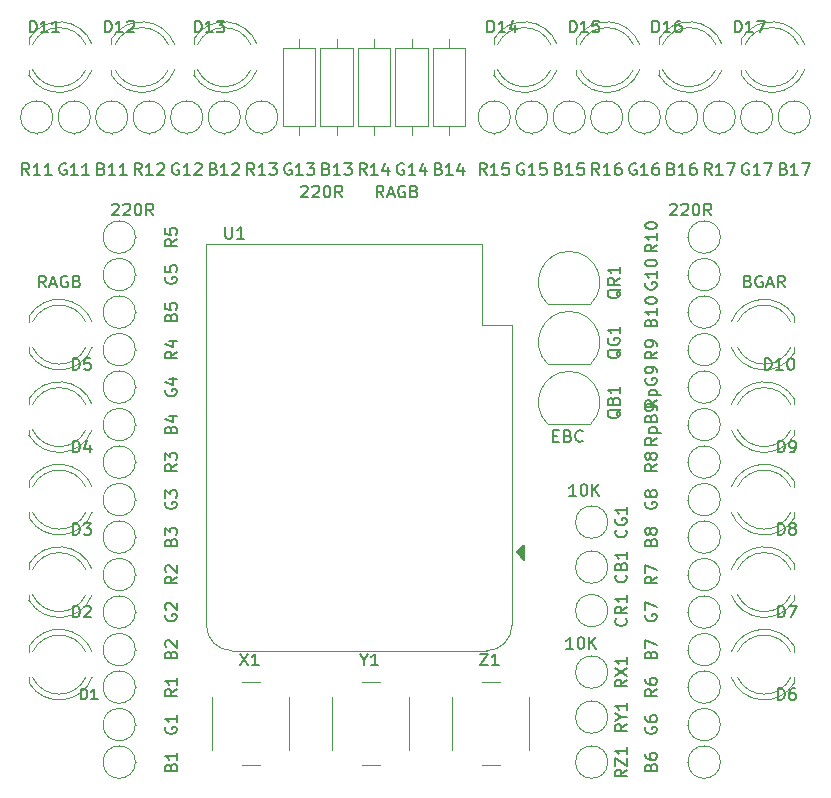
<source format=gbr>
%TF.GenerationSoftware,KiCad,Pcbnew,5.1.10-8.fc34*%
%TF.CreationDate,2021-11-19T15:19:54+01:00*%
%TF.ProjectId,lampe,6c616d70-652e-46b6-9963-61645f706362,rev?*%
%TF.SameCoordinates,Original*%
%TF.FileFunction,Legend,Top*%
%TF.FilePolarity,Positive*%
%FSLAX46Y46*%
G04 Gerber Fmt 4.6, Leading zero omitted, Abs format (unit mm)*
G04 Created by KiCad (PCBNEW 5.1.10-8.fc34) date 2021-11-19 15:19:54*
%MOMM*%
%LPD*%
G01*
G04 APERTURE LIST*
%ADD10C,0.150000*%
%ADD11C,0.200000*%
%ADD12C,0.120000*%
G04 APERTURE END LIST*
D10*
X221765952Y-119832380D02*
X221432619Y-119356190D01*
X221194523Y-119832380D02*
X221194523Y-118832380D01*
X221575476Y-118832380D01*
X221670714Y-118880000D01*
X221718333Y-118927619D01*
X221765952Y-119022857D01*
X221765952Y-119165714D01*
X221718333Y-119260952D01*
X221670714Y-119308571D01*
X221575476Y-119356190D01*
X221194523Y-119356190D01*
X222146904Y-119546666D02*
X222623095Y-119546666D01*
X222051666Y-119832380D02*
X222385000Y-118832380D01*
X222718333Y-119832380D01*
X223575476Y-118880000D02*
X223480238Y-118832380D01*
X223337380Y-118832380D01*
X223194523Y-118880000D01*
X223099285Y-118975238D01*
X223051666Y-119070476D01*
X223004047Y-119260952D01*
X223004047Y-119403809D01*
X223051666Y-119594285D01*
X223099285Y-119689523D01*
X223194523Y-119784761D01*
X223337380Y-119832380D01*
X223432619Y-119832380D01*
X223575476Y-119784761D01*
X223623095Y-119737142D01*
X223623095Y-119403809D01*
X223432619Y-119403809D01*
X224385000Y-119308571D02*
X224527857Y-119356190D01*
X224575476Y-119403809D01*
X224623095Y-119499047D01*
X224623095Y-119641904D01*
X224575476Y-119737142D01*
X224527857Y-119784761D01*
X224432619Y-119832380D01*
X224051666Y-119832380D01*
X224051666Y-118832380D01*
X224385000Y-118832380D01*
X224480238Y-118880000D01*
X224527857Y-118927619D01*
X224575476Y-119022857D01*
X224575476Y-119118095D01*
X224527857Y-119213333D01*
X224480238Y-119260952D01*
X224385000Y-119308571D01*
X224051666Y-119308571D01*
X214796904Y-118927619D02*
X214844523Y-118880000D01*
X214939761Y-118832380D01*
X215177857Y-118832380D01*
X215273095Y-118880000D01*
X215320714Y-118927619D01*
X215368333Y-119022857D01*
X215368333Y-119118095D01*
X215320714Y-119260952D01*
X214749285Y-119832380D01*
X215368333Y-119832380D01*
X215749285Y-118927619D02*
X215796904Y-118880000D01*
X215892142Y-118832380D01*
X216130238Y-118832380D01*
X216225476Y-118880000D01*
X216273095Y-118927619D01*
X216320714Y-119022857D01*
X216320714Y-119118095D01*
X216273095Y-119260952D01*
X215701666Y-119832380D01*
X216320714Y-119832380D01*
X216939761Y-118832380D02*
X217035000Y-118832380D01*
X217130238Y-118880000D01*
X217177857Y-118927619D01*
X217225476Y-119022857D01*
X217273095Y-119213333D01*
X217273095Y-119451428D01*
X217225476Y-119641904D01*
X217177857Y-119737142D01*
X217130238Y-119784761D01*
X217035000Y-119832380D01*
X216939761Y-119832380D01*
X216844523Y-119784761D01*
X216796904Y-119737142D01*
X216749285Y-119641904D01*
X216701666Y-119451428D01*
X216701666Y-119213333D01*
X216749285Y-119022857D01*
X216796904Y-118927619D01*
X216844523Y-118880000D01*
X216939761Y-118832380D01*
X218273095Y-119832380D02*
X217939761Y-119356190D01*
X217701666Y-119832380D02*
X217701666Y-118832380D01*
X218082619Y-118832380D01*
X218177857Y-118880000D01*
X218225476Y-118927619D01*
X218273095Y-119022857D01*
X218273095Y-119165714D01*
X218225476Y-119260952D01*
X218177857Y-119308571D01*
X218082619Y-119356190D01*
X217701666Y-119356190D01*
X198794904Y-120451619D02*
X198842523Y-120404000D01*
X198937761Y-120356380D01*
X199175857Y-120356380D01*
X199271095Y-120404000D01*
X199318714Y-120451619D01*
X199366333Y-120546857D01*
X199366333Y-120642095D01*
X199318714Y-120784952D01*
X198747285Y-121356380D01*
X199366333Y-121356380D01*
X199747285Y-120451619D02*
X199794904Y-120404000D01*
X199890142Y-120356380D01*
X200128238Y-120356380D01*
X200223476Y-120404000D01*
X200271095Y-120451619D01*
X200318714Y-120546857D01*
X200318714Y-120642095D01*
X200271095Y-120784952D01*
X199699666Y-121356380D01*
X200318714Y-121356380D01*
X200937761Y-120356380D02*
X201033000Y-120356380D01*
X201128238Y-120404000D01*
X201175857Y-120451619D01*
X201223476Y-120546857D01*
X201271095Y-120737333D01*
X201271095Y-120975428D01*
X201223476Y-121165904D01*
X201175857Y-121261142D01*
X201128238Y-121308761D01*
X201033000Y-121356380D01*
X200937761Y-121356380D01*
X200842523Y-121308761D01*
X200794904Y-121261142D01*
X200747285Y-121165904D01*
X200699666Y-120975428D01*
X200699666Y-120737333D01*
X200747285Y-120546857D01*
X200794904Y-120451619D01*
X200842523Y-120404000D01*
X200937761Y-120356380D01*
X202271095Y-121356380D02*
X201937761Y-120880190D01*
X201699666Y-121356380D02*
X201699666Y-120356380D01*
X202080619Y-120356380D01*
X202175857Y-120404000D01*
X202223476Y-120451619D01*
X202271095Y-120546857D01*
X202271095Y-120689714D01*
X202223476Y-120784952D01*
X202175857Y-120832571D01*
X202080619Y-120880190D01*
X201699666Y-120880190D01*
X246038904Y-120451619D02*
X246086523Y-120404000D01*
X246181761Y-120356380D01*
X246419857Y-120356380D01*
X246515095Y-120404000D01*
X246562714Y-120451619D01*
X246610333Y-120546857D01*
X246610333Y-120642095D01*
X246562714Y-120784952D01*
X245991285Y-121356380D01*
X246610333Y-121356380D01*
X246991285Y-120451619D02*
X247038904Y-120404000D01*
X247134142Y-120356380D01*
X247372238Y-120356380D01*
X247467476Y-120404000D01*
X247515095Y-120451619D01*
X247562714Y-120546857D01*
X247562714Y-120642095D01*
X247515095Y-120784952D01*
X246943666Y-121356380D01*
X247562714Y-121356380D01*
X248181761Y-120356380D02*
X248277000Y-120356380D01*
X248372238Y-120404000D01*
X248419857Y-120451619D01*
X248467476Y-120546857D01*
X248515095Y-120737333D01*
X248515095Y-120975428D01*
X248467476Y-121165904D01*
X248419857Y-121261142D01*
X248372238Y-121308761D01*
X248277000Y-121356380D01*
X248181761Y-121356380D01*
X248086523Y-121308761D01*
X248038904Y-121261142D01*
X247991285Y-121165904D01*
X247943666Y-120975428D01*
X247943666Y-120737333D01*
X247991285Y-120546857D01*
X248038904Y-120451619D01*
X248086523Y-120404000D01*
X248181761Y-120356380D01*
X249515095Y-121356380D02*
X249181761Y-120880190D01*
X248943666Y-121356380D02*
X248943666Y-120356380D01*
X249324619Y-120356380D01*
X249419857Y-120404000D01*
X249467476Y-120451619D01*
X249515095Y-120546857D01*
X249515095Y-120689714D01*
X249467476Y-120784952D01*
X249419857Y-120832571D01*
X249324619Y-120880190D01*
X248943666Y-120880190D01*
X252642857Y-126928571D02*
X252785714Y-126976190D01*
X252833333Y-127023809D01*
X252880952Y-127119047D01*
X252880952Y-127261904D01*
X252833333Y-127357142D01*
X252785714Y-127404761D01*
X252690476Y-127452380D01*
X252309523Y-127452380D01*
X252309523Y-126452380D01*
X252642857Y-126452380D01*
X252738095Y-126500000D01*
X252785714Y-126547619D01*
X252833333Y-126642857D01*
X252833333Y-126738095D01*
X252785714Y-126833333D01*
X252738095Y-126880952D01*
X252642857Y-126928571D01*
X252309523Y-126928571D01*
X253833333Y-126500000D02*
X253738095Y-126452380D01*
X253595238Y-126452380D01*
X253452380Y-126500000D01*
X253357142Y-126595238D01*
X253309523Y-126690476D01*
X253261904Y-126880952D01*
X253261904Y-127023809D01*
X253309523Y-127214285D01*
X253357142Y-127309523D01*
X253452380Y-127404761D01*
X253595238Y-127452380D01*
X253690476Y-127452380D01*
X253833333Y-127404761D01*
X253880952Y-127357142D01*
X253880952Y-127023809D01*
X253690476Y-127023809D01*
X254261904Y-127166666D02*
X254738095Y-127166666D01*
X254166666Y-127452380D02*
X254500000Y-126452380D01*
X254833333Y-127452380D01*
X255738095Y-127452380D02*
X255404761Y-126976190D01*
X255166666Y-127452380D02*
X255166666Y-126452380D01*
X255547619Y-126452380D01*
X255642857Y-126500000D01*
X255690476Y-126547619D01*
X255738095Y-126642857D01*
X255738095Y-126785714D01*
X255690476Y-126880952D01*
X255642857Y-126928571D01*
X255547619Y-126976190D01*
X255166666Y-126976190D01*
X193190952Y-127452380D02*
X192857619Y-126976190D01*
X192619523Y-127452380D02*
X192619523Y-126452380D01*
X193000476Y-126452380D01*
X193095714Y-126500000D01*
X193143333Y-126547619D01*
X193190952Y-126642857D01*
X193190952Y-126785714D01*
X193143333Y-126880952D01*
X193095714Y-126928571D01*
X193000476Y-126976190D01*
X192619523Y-126976190D01*
X193571904Y-127166666D02*
X194048095Y-127166666D01*
X193476666Y-127452380D02*
X193810000Y-126452380D01*
X194143333Y-127452380D01*
X195000476Y-126500000D02*
X194905238Y-126452380D01*
X194762380Y-126452380D01*
X194619523Y-126500000D01*
X194524285Y-126595238D01*
X194476666Y-126690476D01*
X194429047Y-126880952D01*
X194429047Y-127023809D01*
X194476666Y-127214285D01*
X194524285Y-127309523D01*
X194619523Y-127404761D01*
X194762380Y-127452380D01*
X194857619Y-127452380D01*
X195000476Y-127404761D01*
X195048095Y-127357142D01*
X195048095Y-127023809D01*
X194857619Y-127023809D01*
X195810000Y-126928571D02*
X195952857Y-126976190D01*
X196000476Y-127023809D01*
X196048095Y-127119047D01*
X196048095Y-127261904D01*
X196000476Y-127357142D01*
X195952857Y-127404761D01*
X195857619Y-127452380D01*
X195476666Y-127452380D01*
X195476666Y-126452380D01*
X195810000Y-126452380D01*
X195905238Y-126500000D01*
X195952857Y-126547619D01*
X196000476Y-126642857D01*
X196000476Y-126738095D01*
X195952857Y-126833333D01*
X195905238Y-126880952D01*
X195810000Y-126928571D01*
X195476666Y-126928571D01*
D11*
X237815523Y-158059380D02*
X237244095Y-158059380D01*
X237529809Y-158059380D02*
X237529809Y-157059380D01*
X237434571Y-157202238D01*
X237339333Y-157297476D01*
X237244095Y-157345095D01*
X238434571Y-157059380D02*
X238529809Y-157059380D01*
X238625047Y-157107000D01*
X238672666Y-157154619D01*
X238720285Y-157249857D01*
X238767904Y-157440333D01*
X238767904Y-157678428D01*
X238720285Y-157868904D01*
X238672666Y-157964142D01*
X238625047Y-158011761D01*
X238529809Y-158059380D01*
X238434571Y-158059380D01*
X238339333Y-158011761D01*
X238291714Y-157964142D01*
X238244095Y-157868904D01*
X238196476Y-157678428D01*
X238196476Y-157440333D01*
X238244095Y-157249857D01*
X238291714Y-157154619D01*
X238339333Y-157107000D01*
X238434571Y-157059380D01*
X239196476Y-158059380D02*
X239196476Y-157059380D01*
X239767904Y-158059380D02*
X239339333Y-157487952D01*
X239767904Y-157059380D02*
X239196476Y-157630809D01*
X238069523Y-145105380D02*
X237498095Y-145105380D01*
X237783809Y-145105380D02*
X237783809Y-144105380D01*
X237688571Y-144248238D01*
X237593333Y-144343476D01*
X237498095Y-144391095D01*
X238688571Y-144105380D02*
X238783809Y-144105380D01*
X238879047Y-144153000D01*
X238926666Y-144200619D01*
X238974285Y-144295857D01*
X239021904Y-144486333D01*
X239021904Y-144724428D01*
X238974285Y-144914904D01*
X238926666Y-145010142D01*
X238879047Y-145057761D01*
X238783809Y-145105380D01*
X238688571Y-145105380D01*
X238593333Y-145057761D01*
X238545714Y-145010142D01*
X238498095Y-144914904D01*
X238450476Y-144724428D01*
X238450476Y-144486333D01*
X238498095Y-144295857D01*
X238545714Y-144200619D01*
X238593333Y-144153000D01*
X238688571Y-144105380D01*
X239450476Y-145105380D02*
X239450476Y-144105380D01*
X240021904Y-145105380D02*
X239593333Y-144533952D01*
X240021904Y-144105380D02*
X239450476Y-144676809D01*
X236148714Y-140009571D02*
X236482047Y-140009571D01*
X236624904Y-140533380D02*
X236148714Y-140533380D01*
X236148714Y-139533380D01*
X236624904Y-139533380D01*
X237386809Y-140009571D02*
X237529666Y-140057190D01*
X237577285Y-140104809D01*
X237624904Y-140200047D01*
X237624904Y-140342904D01*
X237577285Y-140438142D01*
X237529666Y-140485761D01*
X237434428Y-140533380D01*
X237053476Y-140533380D01*
X237053476Y-139533380D01*
X237386809Y-139533380D01*
X237482047Y-139581000D01*
X237529666Y-139628619D01*
X237577285Y-139723857D01*
X237577285Y-139819095D01*
X237529666Y-139914333D01*
X237482047Y-139961952D01*
X237386809Y-140009571D01*
X237053476Y-140009571D01*
X238624904Y-140438142D02*
X238577285Y-140485761D01*
X238434428Y-140533380D01*
X238339190Y-140533380D01*
X238196333Y-140485761D01*
X238101095Y-140390523D01*
X238053476Y-140295285D01*
X238005857Y-140104809D01*
X238005857Y-139961952D01*
X238053476Y-139771476D01*
X238101095Y-139676238D01*
X238196333Y-139581000D01*
X238339190Y-139533380D01*
X238434428Y-139533380D01*
X238577285Y-139581000D01*
X238624904Y-139628619D01*
D12*
%TO.C,D9*%
X256560000Y-139975000D02*
X256560000Y-139510000D01*
X256560000Y-137350000D02*
X256560000Y-136885000D01*
X251745521Y-137349571D02*
G75*
G02*
X256254684Y-137350000I2254479J-1080429D01*
G01*
X251745521Y-139510429D02*
G75*
G03*
X256254684Y-139510000I2254479J1080429D01*
G01*
X251212185Y-137349173D02*
G75*
G02*
X256560000Y-136885170I2787815J-1080827D01*
G01*
X251212185Y-139510827D02*
G75*
G03*
X256560000Y-139974830I2787815J1080827D01*
G01*
%TO.C,D4*%
X191750000Y-136885000D02*
X191750000Y-137350000D01*
X191750000Y-139510000D02*
X191750000Y-139975000D01*
X196564479Y-139510429D02*
G75*
G02*
X192055316Y-139510000I-2254479J1080429D01*
G01*
X196564479Y-137349571D02*
G75*
G03*
X192055316Y-137350000I-2254479J-1080429D01*
G01*
X197097815Y-139510827D02*
G75*
G02*
X191750000Y-139974830I-2787815J1080827D01*
G01*
X197097815Y-137349173D02*
G75*
G03*
X191750000Y-136885170I-2787815J-1080827D01*
G01*
%TO.C,B14*%
X227330000Y-114530000D02*
X227330000Y-113760000D01*
X227330000Y-106450000D02*
X227330000Y-107220000D01*
X228700000Y-113760000D02*
X228700000Y-107220000D01*
X225960000Y-113760000D02*
X228700000Y-113760000D01*
X225960000Y-107220000D02*
X225960000Y-113760000D01*
X228700000Y-107220000D02*
X225960000Y-107220000D01*
%TO.C,G14*%
X224155000Y-114530000D02*
X224155000Y-113760000D01*
X224155000Y-106450000D02*
X224155000Y-107220000D01*
X225525000Y-113760000D02*
X225525000Y-107220000D01*
X222785000Y-113760000D02*
X225525000Y-113760000D01*
X222785000Y-107220000D02*
X222785000Y-113760000D01*
X225525000Y-107220000D02*
X222785000Y-107220000D01*
%TO.C,R14*%
X220980000Y-114530000D02*
X220980000Y-113760000D01*
X220980000Y-106450000D02*
X220980000Y-107220000D01*
X222350000Y-113760000D02*
X222350000Y-107220000D01*
X219610000Y-113760000D02*
X222350000Y-113760000D01*
X219610000Y-107220000D02*
X219610000Y-113760000D01*
X222350000Y-107220000D02*
X219610000Y-107220000D01*
%TO.C,B13*%
X217805000Y-114530000D02*
X217805000Y-113760000D01*
X217805000Y-106450000D02*
X217805000Y-107220000D01*
X219175000Y-113760000D02*
X219175000Y-107220000D01*
X216435000Y-113760000D02*
X219175000Y-113760000D01*
X216435000Y-107220000D02*
X216435000Y-113760000D01*
X219175000Y-107220000D02*
X216435000Y-107220000D01*
%TO.C,G13*%
X214630000Y-114530000D02*
X214630000Y-113760000D01*
X214630000Y-106450000D02*
X214630000Y-107220000D01*
X216000000Y-113760000D02*
X216000000Y-107220000D01*
X213260000Y-113760000D02*
X216000000Y-113760000D01*
X213260000Y-107220000D02*
X213260000Y-113760000D01*
X216000000Y-107220000D02*
X213260000Y-107220000D01*
%TO.C,D17*%
X252075000Y-106405000D02*
X252075000Y-106870000D01*
X252075000Y-109030000D02*
X252075000Y-109495000D01*
X256889479Y-109030429D02*
G75*
G02*
X252380316Y-109030000I-2254479J1080429D01*
G01*
X256889479Y-106869571D02*
G75*
G03*
X252380316Y-106870000I-2254479J-1080429D01*
G01*
X257422815Y-109030827D02*
G75*
G02*
X252075000Y-109494830I-2787815J1080827D01*
G01*
X257422815Y-106869173D02*
G75*
G03*
X252075000Y-106405170I-2787815J-1080827D01*
G01*
%TO.C,R5*%
X200760000Y-123190000D02*
G75*
G03*
X200760000Y-123190000I-1370000J0D01*
G01*
X200760000Y-123190000D02*
X200830000Y-123190000D01*
%TO.C,G5*%
X200760000Y-126365000D02*
G75*
G03*
X200760000Y-126365000I-1370000J0D01*
G01*
X200760000Y-126365000D02*
X200830000Y-126365000D01*
%TO.C,D5*%
X191750000Y-129900000D02*
X191750000Y-130365000D01*
X191750000Y-132525000D02*
X191750000Y-132990000D01*
X196564479Y-132525429D02*
G75*
G02*
X192055316Y-132525000I-2254479J1080429D01*
G01*
X196564479Y-130364571D02*
G75*
G03*
X192055316Y-130365000I-2254479J-1080429D01*
G01*
X197097815Y-132525827D02*
G75*
G02*
X191750000Y-132989830I-2787815J1080827D01*
G01*
X197097815Y-130364173D02*
G75*
G03*
X191750000Y-129900170I-2787815J-1080827D01*
G01*
%TO.C,B5*%
X200760000Y-129540000D02*
G75*
G03*
X200760000Y-129540000I-1370000J0D01*
G01*
X200760000Y-129540000D02*
X200830000Y-129540000D01*
%TO.C,U1*%
X230100000Y-123740000D02*
X206780000Y-123740000D01*
X232640000Y-130640000D02*
X232640000Y-156070000D01*
X206780000Y-123740000D02*
X206780000Y-156070000D01*
X208900000Y-158200000D02*
X230510000Y-158200000D01*
D10*
G36*
X233680000Y-150495000D02*
G01*
X233680000Y-149225000D01*
X233045000Y-149860000D01*
X233680000Y-150495000D01*
G37*
X233680000Y-150495000D02*
X233680000Y-149225000D01*
X233045000Y-149860000D01*
X233680000Y-150495000D01*
D12*
X232640000Y-130640000D02*
X230100000Y-130640000D01*
X230100000Y-130640000D02*
X230100000Y-123740000D01*
X208910000Y-158200000D02*
G75*
G02*
X206780000Y-156070000I0J2130000D01*
G01*
X232640000Y-156070000D02*
G75*
G02*
X230510000Y-158200000I-2130000J0D01*
G01*
%TO.C,Z1*%
X234100000Y-166640000D02*
X234100000Y-162140000D01*
X230100000Y-167890000D02*
X231600000Y-167890000D01*
X227600000Y-162140000D02*
X227600000Y-166640000D01*
X231600000Y-160890000D02*
X230100000Y-160890000D01*
%TO.C,Y1*%
X223940000Y-166640000D02*
X223940000Y-162140000D01*
X219940000Y-167890000D02*
X221440000Y-167890000D01*
X217440000Y-162140000D02*
X217440000Y-166640000D01*
X221440000Y-160890000D02*
X219940000Y-160890000D01*
%TO.C,X1*%
X213780000Y-166640000D02*
X213780000Y-162140000D01*
X209780000Y-167890000D02*
X211280000Y-167890000D01*
X207280000Y-162140000D02*
X207280000Y-166640000D01*
X211280000Y-160890000D02*
X209780000Y-160890000D01*
%TO.C,R17*%
X251560000Y-113030000D02*
G75*
G03*
X251560000Y-113030000I-1370000J0D01*
G01*
X250190000Y-114400000D02*
X250190000Y-114470000D01*
%TO.C,R16*%
X242035000Y-113030000D02*
G75*
G03*
X242035000Y-113030000I-1370000J0D01*
G01*
X240665000Y-114400000D02*
X240665000Y-114470000D01*
%TO.C,R15*%
X232510000Y-113030000D02*
G75*
G03*
X232510000Y-113030000I-1370000J0D01*
G01*
X231140000Y-114400000D02*
X231140000Y-114470000D01*
%TO.C,R13*%
X212825000Y-113030000D02*
G75*
G03*
X212825000Y-113030000I-1370000J0D01*
G01*
X211455000Y-114400000D02*
X211455000Y-114470000D01*
%TO.C,R12*%
X203300000Y-113030000D02*
G75*
G03*
X203300000Y-113030000I-1370000J0D01*
G01*
X201930000Y-114400000D02*
X201930000Y-114470000D01*
%TO.C,R11*%
X193775000Y-113030000D02*
G75*
G03*
X193775000Y-113030000I-1370000J0D01*
G01*
X192405000Y-114400000D02*
X192405000Y-114470000D01*
%TO.C,R10*%
X250290000Y-123190000D02*
G75*
G03*
X250290000Y-123190000I-1370000J0D01*
G01*
X247550000Y-123190000D02*
X247480000Y-123190000D01*
%TO.C,R9*%
X250290000Y-132715000D02*
G75*
G03*
X250290000Y-132715000I-1370000J0D01*
G01*
X247550000Y-132715000D02*
X247480000Y-132715000D01*
%TO.C,R8*%
X250290000Y-142240000D02*
G75*
G03*
X250290000Y-142240000I-1370000J0D01*
G01*
X247550000Y-142240000D02*
X247480000Y-142240000D01*
%TO.C,R7*%
X250290000Y-151765000D02*
G75*
G03*
X250290000Y-151765000I-1370000J0D01*
G01*
X247550000Y-151765000D02*
X247480000Y-151765000D01*
%TO.C,R6*%
X250290000Y-161290000D02*
G75*
G03*
X250290000Y-161290000I-1370000J0D01*
G01*
X247550000Y-161290000D02*
X247480000Y-161290000D01*
%TO.C,R4*%
X200760000Y-132715000D02*
G75*
G03*
X200760000Y-132715000I-1370000J0D01*
G01*
X200760000Y-132715000D02*
X200830000Y-132715000D01*
%TO.C,R3*%
X200760000Y-142240000D02*
G75*
G03*
X200760000Y-142240000I-1370000J0D01*
G01*
X200760000Y-142240000D02*
X200830000Y-142240000D01*
%TO.C,R2*%
X200760000Y-151765000D02*
G75*
G03*
X200760000Y-151765000I-1370000J0D01*
G01*
X200760000Y-151765000D02*
X200830000Y-151765000D01*
%TO.C,R1*%
X200760000Y-161290000D02*
G75*
G03*
X200760000Y-161290000I-1370000J0D01*
G01*
X200760000Y-161290000D02*
X200830000Y-161290000D01*
%TO.C,G17*%
X254735000Y-113030000D02*
G75*
G03*
X254735000Y-113030000I-1370000J0D01*
G01*
X253365000Y-114400000D02*
X253365000Y-114470000D01*
%TO.C,G16*%
X245210000Y-113030000D02*
G75*
G03*
X245210000Y-113030000I-1370000J0D01*
G01*
X243840000Y-114400000D02*
X243840000Y-114470000D01*
%TO.C,G15*%
X235685000Y-113030000D02*
G75*
G03*
X235685000Y-113030000I-1370000J0D01*
G01*
X234315000Y-114400000D02*
X234315000Y-114470000D01*
%TO.C,G12*%
X206475000Y-113030000D02*
G75*
G03*
X206475000Y-113030000I-1370000J0D01*
G01*
X205105000Y-114400000D02*
X205105000Y-114470000D01*
%TO.C,G11*%
X196950000Y-113030000D02*
G75*
G03*
X196950000Y-113030000I-1370000J0D01*
G01*
X195580000Y-114400000D02*
X195580000Y-114470000D01*
%TO.C,G10*%
X250290000Y-126365000D02*
G75*
G03*
X250290000Y-126365000I-1370000J0D01*
G01*
X247550000Y-126365000D02*
X247480000Y-126365000D01*
%TO.C,RpG9*%
X250290000Y-135890000D02*
G75*
G03*
X250290000Y-135890000I-1370000J0D01*
G01*
X247550000Y-135890000D02*
X247480000Y-135890000D01*
%TO.C,G8*%
X250290000Y-145415000D02*
G75*
G03*
X250290000Y-145415000I-1370000J0D01*
G01*
X247550000Y-145415000D02*
X247480000Y-145415000D01*
%TO.C,G7*%
X250290000Y-154940000D02*
G75*
G03*
X250290000Y-154940000I-1370000J0D01*
G01*
X247550000Y-154940000D02*
X247480000Y-154940000D01*
%TO.C,G6*%
X250290000Y-164465000D02*
G75*
G03*
X250290000Y-164465000I-1370000J0D01*
G01*
X247550000Y-164465000D02*
X247480000Y-164465000D01*
%TO.C,G4*%
X200760000Y-135890000D02*
G75*
G03*
X200760000Y-135890000I-1370000J0D01*
G01*
X200760000Y-135890000D02*
X200830000Y-135890000D01*
%TO.C,G3*%
X200760000Y-145415000D02*
G75*
G03*
X200760000Y-145415000I-1370000J0D01*
G01*
X200760000Y-145415000D02*
X200830000Y-145415000D01*
%TO.C,G2*%
X200760000Y-154940000D02*
G75*
G03*
X200760000Y-154940000I-1370000J0D01*
G01*
X200760000Y-154940000D02*
X200830000Y-154940000D01*
%TO.C,G1*%
X200760000Y-164465000D02*
G75*
G03*
X200760000Y-164465000I-1370000J0D01*
G01*
X200760000Y-164465000D02*
X200830000Y-164465000D01*
%TO.C,B17*%
X257910000Y-113030000D02*
G75*
G03*
X257910000Y-113030000I-1370000J0D01*
G01*
X256540000Y-114400000D02*
X256540000Y-114470000D01*
%TO.C,B16*%
X248385000Y-113030000D02*
G75*
G03*
X248385000Y-113030000I-1370000J0D01*
G01*
X247015000Y-114400000D02*
X247015000Y-114470000D01*
%TO.C,B15*%
X238860000Y-113030000D02*
G75*
G03*
X238860000Y-113030000I-1370000J0D01*
G01*
X237490000Y-114400000D02*
X237490000Y-114470000D01*
%TO.C,B12*%
X209650000Y-113030000D02*
G75*
G03*
X209650000Y-113030000I-1370000J0D01*
G01*
X208280000Y-114400000D02*
X208280000Y-114470000D01*
%TO.C,B11*%
X200125000Y-113030000D02*
G75*
G03*
X200125000Y-113030000I-1370000J0D01*
G01*
X198755000Y-114400000D02*
X198755000Y-114470000D01*
%TO.C,B10*%
X250290000Y-129540000D02*
G75*
G03*
X250290000Y-129540000I-1370000J0D01*
G01*
X247550000Y-129540000D02*
X247480000Y-129540000D01*
%TO.C,RpB9*%
X250290000Y-139065000D02*
G75*
G03*
X250290000Y-139065000I-1370000J0D01*
G01*
X247550000Y-139065000D02*
X247480000Y-139065000D01*
%TO.C,B8*%
X250290000Y-148590000D02*
G75*
G03*
X250290000Y-148590000I-1370000J0D01*
G01*
X247550000Y-148590000D02*
X247480000Y-148590000D01*
%TO.C,B7*%
X250290000Y-158115000D02*
G75*
G03*
X250290000Y-158115000I-1370000J0D01*
G01*
X247550000Y-158115000D02*
X247480000Y-158115000D01*
%TO.C,B6*%
X250290000Y-167640000D02*
G75*
G03*
X250290000Y-167640000I-1370000J0D01*
G01*
X247550000Y-167640000D02*
X247480000Y-167640000D01*
%TO.C,B4*%
X200760000Y-139065000D02*
G75*
G03*
X200760000Y-139065000I-1370000J0D01*
G01*
X200760000Y-139065000D02*
X200830000Y-139065000D01*
%TO.C,B3*%
X200760000Y-148590000D02*
G75*
G03*
X200760000Y-148590000I-1370000J0D01*
G01*
X200760000Y-148590000D02*
X200830000Y-148590000D01*
%TO.C,B2*%
X200760000Y-158115000D02*
G75*
G03*
X200760000Y-158115000I-1370000J0D01*
G01*
X200760000Y-158115000D02*
X200830000Y-158115000D01*
%TO.C,B1*%
X200760000Y-167640000D02*
G75*
G03*
X200760000Y-167640000I-1370000J0D01*
G01*
X200760000Y-167640000D02*
X200830000Y-167640000D01*
%TO.C,RZ1*%
X240765000Y-167640000D02*
G75*
G03*
X240765000Y-167640000I-1370000J0D01*
G01*
X238025000Y-167640000D02*
X237955000Y-167640000D01*
%TO.C,RY1*%
X240765000Y-163830000D02*
G75*
G03*
X240765000Y-163830000I-1370000J0D01*
G01*
X238025000Y-163830000D02*
X237955000Y-163830000D01*
%TO.C,RX1*%
X240765000Y-160020000D02*
G75*
G03*
X240765000Y-160020000I-1370000J0D01*
G01*
X238025000Y-160020000D02*
X237955000Y-160020000D01*
%TO.C,CR1*%
X240765000Y-154813000D02*
G75*
G03*
X240765000Y-154813000I-1370000J0D01*
G01*
X238025000Y-154813000D02*
X237955000Y-154813000D01*
%TO.C,CG1*%
X240765000Y-147320000D02*
G75*
G03*
X240765000Y-147320000I-1370000J0D01*
G01*
X238025000Y-147320000D02*
X237955000Y-147320000D01*
%TO.C,CB1*%
X240765000Y-151130000D02*
G75*
G03*
X240765000Y-151130000I-1370000J0D01*
G01*
X238025000Y-151130000D02*
X237955000Y-151130000D01*
%TO.C,QR1*%
X235690000Y-128850000D02*
X239290000Y-128850000D01*
X239328478Y-128838478D02*
G75*
G03*
X237490000Y-124400000I-1838478J1838478D01*
G01*
X235651522Y-128838478D02*
G75*
G02*
X237490000Y-124400000I1838478J1838478D01*
G01*
%TO.C,QG1*%
X235690000Y-133930000D02*
X239290000Y-133930000D01*
X239328478Y-133918478D02*
G75*
G03*
X237490000Y-129480000I-1838478J1838478D01*
G01*
X235651522Y-133918478D02*
G75*
G02*
X237490000Y-129480000I1838478J1838478D01*
G01*
%TO.C,QB1*%
X235690000Y-139010000D02*
X239290000Y-139010000D01*
X239328478Y-138998478D02*
G75*
G03*
X237490000Y-134560000I-1838478J1838478D01*
G01*
X235651522Y-138998478D02*
G75*
G02*
X237490000Y-134560000I1838478J1838478D01*
G01*
%TO.C,D16*%
X245090000Y-106405000D02*
X245090000Y-106870000D01*
X245090000Y-109030000D02*
X245090000Y-109495000D01*
X249904479Y-109030429D02*
G75*
G02*
X245395316Y-109030000I-2254479J1080429D01*
G01*
X249904479Y-106869571D02*
G75*
G03*
X245395316Y-106870000I-2254479J-1080429D01*
G01*
X250437815Y-109030827D02*
G75*
G02*
X245090000Y-109494830I-2787815J1080827D01*
G01*
X250437815Y-106869173D02*
G75*
G03*
X245090000Y-106405170I-2787815J-1080827D01*
G01*
%TO.C,D15*%
X238105000Y-106405000D02*
X238105000Y-106870000D01*
X238105000Y-109030000D02*
X238105000Y-109495000D01*
X242919479Y-109030429D02*
G75*
G02*
X238410316Y-109030000I-2254479J1080429D01*
G01*
X242919479Y-106869571D02*
G75*
G03*
X238410316Y-106870000I-2254479J-1080429D01*
G01*
X243452815Y-109030827D02*
G75*
G02*
X238105000Y-109494830I-2787815J1080827D01*
G01*
X243452815Y-106869173D02*
G75*
G03*
X238105000Y-106405170I-2787815J-1080827D01*
G01*
%TO.C,D14*%
X231120000Y-106405000D02*
X231120000Y-106870000D01*
X231120000Y-109030000D02*
X231120000Y-109495000D01*
X235934479Y-109030429D02*
G75*
G02*
X231425316Y-109030000I-2254479J1080429D01*
G01*
X235934479Y-106869571D02*
G75*
G03*
X231425316Y-106870000I-2254479J-1080429D01*
G01*
X236467815Y-109030827D02*
G75*
G02*
X231120000Y-109494830I-2787815J1080827D01*
G01*
X236467815Y-106869173D02*
G75*
G03*
X231120000Y-106405170I-2787815J-1080827D01*
G01*
%TO.C,D13*%
X205720000Y-106405000D02*
X205720000Y-106870000D01*
X205720000Y-109030000D02*
X205720000Y-109495000D01*
X210534479Y-109030429D02*
G75*
G02*
X206025316Y-109030000I-2254479J1080429D01*
G01*
X210534479Y-106869571D02*
G75*
G03*
X206025316Y-106870000I-2254479J-1080429D01*
G01*
X211067815Y-109030827D02*
G75*
G02*
X205720000Y-109494830I-2787815J1080827D01*
G01*
X211067815Y-106869173D02*
G75*
G03*
X205720000Y-106405170I-2787815J-1080827D01*
G01*
%TO.C,D12*%
X198735000Y-106405000D02*
X198735000Y-106870000D01*
X198735000Y-109030000D02*
X198735000Y-109495000D01*
X203549479Y-109030429D02*
G75*
G02*
X199040316Y-109030000I-2254479J1080429D01*
G01*
X203549479Y-106869571D02*
G75*
G03*
X199040316Y-106870000I-2254479J-1080429D01*
G01*
X204082815Y-109030827D02*
G75*
G02*
X198735000Y-109494830I-2787815J1080827D01*
G01*
X204082815Y-106869173D02*
G75*
G03*
X198735000Y-106405170I-2787815J-1080827D01*
G01*
%TO.C,D11*%
X191750000Y-106405000D02*
X191750000Y-106870000D01*
X191750000Y-109030000D02*
X191750000Y-109495000D01*
X196564479Y-109030429D02*
G75*
G02*
X192055316Y-109030000I-2254479J1080429D01*
G01*
X196564479Y-106869571D02*
G75*
G03*
X192055316Y-106870000I-2254479J-1080429D01*
G01*
X197097815Y-109030827D02*
G75*
G02*
X191750000Y-109494830I-2787815J1080827D01*
G01*
X197097815Y-106869173D02*
G75*
G03*
X191750000Y-106405170I-2787815J-1080827D01*
G01*
%TO.C,D10*%
X256560000Y-132990000D02*
X256560000Y-132525000D01*
X256560000Y-130365000D02*
X256560000Y-129900000D01*
X251745521Y-130364571D02*
G75*
G02*
X256254684Y-130365000I2254479J-1080429D01*
G01*
X251745521Y-132525429D02*
G75*
G03*
X256254684Y-132525000I2254479J1080429D01*
G01*
X251212185Y-130364173D02*
G75*
G02*
X256560000Y-129900170I2787815J-1080827D01*
G01*
X251212185Y-132525827D02*
G75*
G03*
X256560000Y-132989830I2787815J1080827D01*
G01*
%TO.C,D8*%
X256560000Y-146960000D02*
X256560000Y-146495000D01*
X256560000Y-144335000D02*
X256560000Y-143870000D01*
X251745521Y-144334571D02*
G75*
G02*
X256254684Y-144335000I2254479J-1080429D01*
G01*
X251745521Y-146495429D02*
G75*
G03*
X256254684Y-146495000I2254479J1080429D01*
G01*
X251212185Y-144334173D02*
G75*
G02*
X256560000Y-143870170I2787815J-1080827D01*
G01*
X251212185Y-146495827D02*
G75*
G03*
X256560000Y-146959830I2787815J1080827D01*
G01*
%TO.C,D7*%
X256560000Y-153945000D02*
X256560000Y-153480000D01*
X256560000Y-151320000D02*
X256560000Y-150855000D01*
X251745521Y-151319571D02*
G75*
G02*
X256254684Y-151320000I2254479J-1080429D01*
G01*
X251745521Y-153480429D02*
G75*
G03*
X256254684Y-153480000I2254479J1080429D01*
G01*
X251212185Y-151319173D02*
G75*
G02*
X256560000Y-150855170I2787815J-1080827D01*
G01*
X251212185Y-153480827D02*
G75*
G03*
X256560000Y-153944830I2787815J1080827D01*
G01*
%TO.C,D6*%
X256560000Y-160930000D02*
X256560000Y-160465000D01*
X256560000Y-158305000D02*
X256560000Y-157840000D01*
X251745521Y-158304571D02*
G75*
G02*
X256254684Y-158305000I2254479J-1080429D01*
G01*
X251745521Y-160465429D02*
G75*
G03*
X256254684Y-160465000I2254479J1080429D01*
G01*
X251212185Y-158304173D02*
G75*
G02*
X256560000Y-157840170I2787815J-1080827D01*
G01*
X251212185Y-160465827D02*
G75*
G03*
X256560000Y-160929830I2787815J1080827D01*
G01*
%TO.C,D3*%
X191750000Y-143870000D02*
X191750000Y-144335000D01*
X191750000Y-146495000D02*
X191750000Y-146960000D01*
X196564479Y-146495429D02*
G75*
G02*
X192055316Y-146495000I-2254479J1080429D01*
G01*
X196564479Y-144334571D02*
G75*
G03*
X192055316Y-144335000I-2254479J-1080429D01*
G01*
X197097815Y-146495827D02*
G75*
G02*
X191750000Y-146959830I-2787815J1080827D01*
G01*
X197097815Y-144334173D02*
G75*
G03*
X191750000Y-143870170I-2787815J-1080827D01*
G01*
%TO.C,D2*%
X191750000Y-150855000D02*
X191750000Y-151320000D01*
X191750000Y-153480000D02*
X191750000Y-153945000D01*
X196564479Y-153480429D02*
G75*
G02*
X192055316Y-153480000I-2254479J1080429D01*
G01*
X196564479Y-151319571D02*
G75*
G03*
X192055316Y-151320000I-2254479J-1080429D01*
G01*
X197097815Y-153480827D02*
G75*
G02*
X191750000Y-153944830I-2787815J1080827D01*
G01*
X197097815Y-151319173D02*
G75*
G03*
X191750000Y-150855170I-2787815J-1080827D01*
G01*
%TO.C,D1*%
X191750000Y-157840000D02*
X191750000Y-158305000D01*
X191750000Y-160465000D02*
X191750000Y-160930000D01*
X196564479Y-160465429D02*
G75*
G02*
X192055316Y-160465000I-2254479J1080429D01*
G01*
X196564479Y-158304571D02*
G75*
G03*
X192055316Y-158305000I-2254479J-1080429D01*
G01*
X197097815Y-160465827D02*
G75*
G02*
X191750000Y-160929830I-2787815J1080827D01*
G01*
X197097815Y-158304173D02*
G75*
G03*
X191750000Y-157840170I-2787815J-1080827D01*
G01*
%TO.C,D9*%
D10*
X255166904Y-141422380D02*
X255166904Y-140422380D01*
X255405000Y-140422380D01*
X255547857Y-140470000D01*
X255643095Y-140565238D01*
X255690714Y-140660476D01*
X255738333Y-140850952D01*
X255738333Y-140993809D01*
X255690714Y-141184285D01*
X255643095Y-141279523D01*
X255547857Y-141374761D01*
X255405000Y-141422380D01*
X255166904Y-141422380D01*
X256214523Y-141422380D02*
X256405000Y-141422380D01*
X256500238Y-141374761D01*
X256547857Y-141327142D01*
X256643095Y-141184285D01*
X256690714Y-140993809D01*
X256690714Y-140612857D01*
X256643095Y-140517619D01*
X256595476Y-140470000D01*
X256500238Y-140422380D01*
X256309761Y-140422380D01*
X256214523Y-140470000D01*
X256166904Y-140517619D01*
X256119285Y-140612857D01*
X256119285Y-140850952D01*
X256166904Y-140946190D01*
X256214523Y-140993809D01*
X256309761Y-141041428D01*
X256500238Y-141041428D01*
X256595476Y-140993809D01*
X256643095Y-140946190D01*
X256690714Y-140850952D01*
%TO.C,D4*%
X195476904Y-141422380D02*
X195476904Y-140422380D01*
X195715000Y-140422380D01*
X195857857Y-140470000D01*
X195953095Y-140565238D01*
X196000714Y-140660476D01*
X196048333Y-140850952D01*
X196048333Y-140993809D01*
X196000714Y-141184285D01*
X195953095Y-141279523D01*
X195857857Y-141374761D01*
X195715000Y-141422380D01*
X195476904Y-141422380D01*
X196905476Y-140755714D02*
X196905476Y-141422380D01*
X196667380Y-140374761D02*
X196429285Y-141089047D01*
X197048333Y-141089047D01*
%TO.C,B14*%
X226449047Y-117403571D02*
X226591904Y-117451190D01*
X226639523Y-117498809D01*
X226687142Y-117594047D01*
X226687142Y-117736904D01*
X226639523Y-117832142D01*
X226591904Y-117879761D01*
X226496666Y-117927380D01*
X226115714Y-117927380D01*
X226115714Y-116927380D01*
X226449047Y-116927380D01*
X226544285Y-116975000D01*
X226591904Y-117022619D01*
X226639523Y-117117857D01*
X226639523Y-117213095D01*
X226591904Y-117308333D01*
X226544285Y-117355952D01*
X226449047Y-117403571D01*
X226115714Y-117403571D01*
X227639523Y-117927380D02*
X227068095Y-117927380D01*
X227353809Y-117927380D02*
X227353809Y-116927380D01*
X227258571Y-117070238D01*
X227163333Y-117165476D01*
X227068095Y-117213095D01*
X228496666Y-117260714D02*
X228496666Y-117927380D01*
X228258571Y-116879761D02*
X228020476Y-117594047D01*
X228639523Y-117594047D01*
%TO.C,G14*%
X223464523Y-116975000D02*
X223369285Y-116927380D01*
X223226428Y-116927380D01*
X223083571Y-116975000D01*
X222988333Y-117070238D01*
X222940714Y-117165476D01*
X222893095Y-117355952D01*
X222893095Y-117498809D01*
X222940714Y-117689285D01*
X222988333Y-117784523D01*
X223083571Y-117879761D01*
X223226428Y-117927380D01*
X223321666Y-117927380D01*
X223464523Y-117879761D01*
X223512142Y-117832142D01*
X223512142Y-117498809D01*
X223321666Y-117498809D01*
X224464523Y-117927380D02*
X223893095Y-117927380D01*
X224178809Y-117927380D02*
X224178809Y-116927380D01*
X224083571Y-117070238D01*
X223988333Y-117165476D01*
X223893095Y-117213095D01*
X225321666Y-117260714D02*
X225321666Y-117927380D01*
X225083571Y-116879761D02*
X224845476Y-117594047D01*
X225464523Y-117594047D01*
%TO.C,R14*%
X220337142Y-117927380D02*
X220003809Y-117451190D01*
X219765714Y-117927380D02*
X219765714Y-116927380D01*
X220146666Y-116927380D01*
X220241904Y-116975000D01*
X220289523Y-117022619D01*
X220337142Y-117117857D01*
X220337142Y-117260714D01*
X220289523Y-117355952D01*
X220241904Y-117403571D01*
X220146666Y-117451190D01*
X219765714Y-117451190D01*
X221289523Y-117927380D02*
X220718095Y-117927380D01*
X221003809Y-117927380D02*
X221003809Y-116927380D01*
X220908571Y-117070238D01*
X220813333Y-117165476D01*
X220718095Y-117213095D01*
X222146666Y-117260714D02*
X222146666Y-117927380D01*
X221908571Y-116879761D02*
X221670476Y-117594047D01*
X222289523Y-117594047D01*
%TO.C,B13*%
X216924047Y-117403571D02*
X217066904Y-117451190D01*
X217114523Y-117498809D01*
X217162142Y-117594047D01*
X217162142Y-117736904D01*
X217114523Y-117832142D01*
X217066904Y-117879761D01*
X216971666Y-117927380D01*
X216590714Y-117927380D01*
X216590714Y-116927380D01*
X216924047Y-116927380D01*
X217019285Y-116975000D01*
X217066904Y-117022619D01*
X217114523Y-117117857D01*
X217114523Y-117213095D01*
X217066904Y-117308333D01*
X217019285Y-117355952D01*
X216924047Y-117403571D01*
X216590714Y-117403571D01*
X218114523Y-117927380D02*
X217543095Y-117927380D01*
X217828809Y-117927380D02*
X217828809Y-116927380D01*
X217733571Y-117070238D01*
X217638333Y-117165476D01*
X217543095Y-117213095D01*
X218447857Y-116927380D02*
X219066904Y-116927380D01*
X218733571Y-117308333D01*
X218876428Y-117308333D01*
X218971666Y-117355952D01*
X219019285Y-117403571D01*
X219066904Y-117498809D01*
X219066904Y-117736904D01*
X219019285Y-117832142D01*
X218971666Y-117879761D01*
X218876428Y-117927380D01*
X218590714Y-117927380D01*
X218495476Y-117879761D01*
X218447857Y-117832142D01*
%TO.C,G13*%
X213939523Y-116975000D02*
X213844285Y-116927380D01*
X213701428Y-116927380D01*
X213558571Y-116975000D01*
X213463333Y-117070238D01*
X213415714Y-117165476D01*
X213368095Y-117355952D01*
X213368095Y-117498809D01*
X213415714Y-117689285D01*
X213463333Y-117784523D01*
X213558571Y-117879761D01*
X213701428Y-117927380D01*
X213796666Y-117927380D01*
X213939523Y-117879761D01*
X213987142Y-117832142D01*
X213987142Y-117498809D01*
X213796666Y-117498809D01*
X214939523Y-117927380D02*
X214368095Y-117927380D01*
X214653809Y-117927380D02*
X214653809Y-116927380D01*
X214558571Y-117070238D01*
X214463333Y-117165476D01*
X214368095Y-117213095D01*
X215272857Y-116927380D02*
X215891904Y-116927380D01*
X215558571Y-117308333D01*
X215701428Y-117308333D01*
X215796666Y-117355952D01*
X215844285Y-117403571D01*
X215891904Y-117498809D01*
X215891904Y-117736904D01*
X215844285Y-117832142D01*
X215796666Y-117879761D01*
X215701428Y-117927380D01*
X215415714Y-117927380D01*
X215320476Y-117879761D01*
X215272857Y-117832142D01*
%TO.C,D17*%
X251515714Y-105862380D02*
X251515714Y-104862380D01*
X251753809Y-104862380D01*
X251896666Y-104910000D01*
X251991904Y-105005238D01*
X252039523Y-105100476D01*
X252087142Y-105290952D01*
X252087142Y-105433809D01*
X252039523Y-105624285D01*
X251991904Y-105719523D01*
X251896666Y-105814761D01*
X251753809Y-105862380D01*
X251515714Y-105862380D01*
X253039523Y-105862380D02*
X252468095Y-105862380D01*
X252753809Y-105862380D02*
X252753809Y-104862380D01*
X252658571Y-105005238D01*
X252563333Y-105100476D01*
X252468095Y-105148095D01*
X253372857Y-104862380D02*
X254039523Y-104862380D01*
X253610952Y-105862380D01*
%TO.C,R5*%
X204287380Y-123356666D02*
X203811190Y-123690000D01*
X204287380Y-123928095D02*
X203287380Y-123928095D01*
X203287380Y-123547142D01*
X203335000Y-123451904D01*
X203382619Y-123404285D01*
X203477857Y-123356666D01*
X203620714Y-123356666D01*
X203715952Y-123404285D01*
X203763571Y-123451904D01*
X203811190Y-123547142D01*
X203811190Y-123928095D01*
X203287380Y-122451904D02*
X203287380Y-122928095D01*
X203763571Y-122975714D01*
X203715952Y-122928095D01*
X203668333Y-122832857D01*
X203668333Y-122594761D01*
X203715952Y-122499523D01*
X203763571Y-122451904D01*
X203858809Y-122404285D01*
X204096904Y-122404285D01*
X204192142Y-122451904D01*
X204239761Y-122499523D01*
X204287380Y-122594761D01*
X204287380Y-122832857D01*
X204239761Y-122928095D01*
X204192142Y-122975714D01*
%TO.C,G5*%
X203335000Y-126579285D02*
X203287380Y-126674523D01*
X203287380Y-126817380D01*
X203335000Y-126960238D01*
X203430238Y-127055476D01*
X203525476Y-127103095D01*
X203715952Y-127150714D01*
X203858809Y-127150714D01*
X204049285Y-127103095D01*
X204144523Y-127055476D01*
X204239761Y-126960238D01*
X204287380Y-126817380D01*
X204287380Y-126722142D01*
X204239761Y-126579285D01*
X204192142Y-126531666D01*
X203858809Y-126531666D01*
X203858809Y-126722142D01*
X203287380Y-125626904D02*
X203287380Y-126103095D01*
X203763571Y-126150714D01*
X203715952Y-126103095D01*
X203668333Y-126007857D01*
X203668333Y-125769761D01*
X203715952Y-125674523D01*
X203763571Y-125626904D01*
X203858809Y-125579285D01*
X204096904Y-125579285D01*
X204192142Y-125626904D01*
X204239761Y-125674523D01*
X204287380Y-125769761D01*
X204287380Y-126007857D01*
X204239761Y-126103095D01*
X204192142Y-126150714D01*
%TO.C,D5*%
X195476904Y-134437380D02*
X195476904Y-133437380D01*
X195715000Y-133437380D01*
X195857857Y-133485000D01*
X195953095Y-133580238D01*
X196000714Y-133675476D01*
X196048333Y-133865952D01*
X196048333Y-134008809D01*
X196000714Y-134199285D01*
X195953095Y-134294523D01*
X195857857Y-134389761D01*
X195715000Y-134437380D01*
X195476904Y-134437380D01*
X196953095Y-133437380D02*
X196476904Y-133437380D01*
X196429285Y-133913571D01*
X196476904Y-133865952D01*
X196572142Y-133818333D01*
X196810238Y-133818333D01*
X196905476Y-133865952D01*
X196953095Y-133913571D01*
X197000714Y-134008809D01*
X197000714Y-134246904D01*
X196953095Y-134342142D01*
X196905476Y-134389761D01*
X196810238Y-134437380D01*
X196572142Y-134437380D01*
X196476904Y-134389761D01*
X196429285Y-134342142D01*
%TO.C,B5*%
X203763571Y-129944761D02*
X203811190Y-129801904D01*
X203858809Y-129754285D01*
X203954047Y-129706666D01*
X204096904Y-129706666D01*
X204192142Y-129754285D01*
X204239761Y-129801904D01*
X204287380Y-129897142D01*
X204287380Y-130278095D01*
X203287380Y-130278095D01*
X203287380Y-129944761D01*
X203335000Y-129849523D01*
X203382619Y-129801904D01*
X203477857Y-129754285D01*
X203573095Y-129754285D01*
X203668333Y-129801904D01*
X203715952Y-129849523D01*
X203763571Y-129944761D01*
X203763571Y-130278095D01*
X203287380Y-128801904D02*
X203287380Y-129278095D01*
X203763571Y-129325714D01*
X203715952Y-129278095D01*
X203668333Y-129182857D01*
X203668333Y-128944761D01*
X203715952Y-128849523D01*
X203763571Y-128801904D01*
X203858809Y-128754285D01*
X204096904Y-128754285D01*
X204192142Y-128801904D01*
X204239761Y-128849523D01*
X204287380Y-128944761D01*
X204287380Y-129182857D01*
X204239761Y-129278095D01*
X204192142Y-129325714D01*
%TO.C,U1*%
X208378095Y-122312380D02*
X208378095Y-123121904D01*
X208425714Y-123217142D01*
X208473333Y-123264761D01*
X208568571Y-123312380D01*
X208759047Y-123312380D01*
X208854285Y-123264761D01*
X208901904Y-123217142D01*
X208949523Y-123121904D01*
X208949523Y-122312380D01*
X209949523Y-123312380D02*
X209378095Y-123312380D01*
X209663809Y-123312380D02*
X209663809Y-122312380D01*
X209568571Y-122455238D01*
X209473333Y-122550476D01*
X209378095Y-122598095D01*
%TO.C,Z1*%
X229949476Y-158456380D02*
X230616142Y-158456380D01*
X229949476Y-159456380D01*
X230616142Y-159456380D01*
X231520904Y-159456380D02*
X230949476Y-159456380D01*
X231235190Y-159456380D02*
X231235190Y-158456380D01*
X231139952Y-158599238D01*
X231044714Y-158694476D01*
X230949476Y-158742095D01*
%TO.C,Y1*%
X220122809Y-158980190D02*
X220122809Y-159456380D01*
X219789476Y-158456380D02*
X220122809Y-158980190D01*
X220456142Y-158456380D01*
X221313285Y-159456380D02*
X220741857Y-159456380D01*
X221027571Y-159456380D02*
X221027571Y-158456380D01*
X220932333Y-158599238D01*
X220837095Y-158694476D01*
X220741857Y-158742095D01*
%TO.C,X1*%
X209629476Y-158456380D02*
X210296142Y-159456380D01*
X210296142Y-158456380D02*
X209629476Y-159456380D01*
X211200904Y-159456380D02*
X210629476Y-159456380D01*
X210915190Y-159456380D02*
X210915190Y-158456380D01*
X210819952Y-158599238D01*
X210724714Y-158694476D01*
X210629476Y-158742095D01*
%TO.C,R17*%
X249547142Y-117927380D02*
X249213809Y-117451190D01*
X248975714Y-117927380D02*
X248975714Y-116927380D01*
X249356666Y-116927380D01*
X249451904Y-116975000D01*
X249499523Y-117022619D01*
X249547142Y-117117857D01*
X249547142Y-117260714D01*
X249499523Y-117355952D01*
X249451904Y-117403571D01*
X249356666Y-117451190D01*
X248975714Y-117451190D01*
X250499523Y-117927380D02*
X249928095Y-117927380D01*
X250213809Y-117927380D02*
X250213809Y-116927380D01*
X250118571Y-117070238D01*
X250023333Y-117165476D01*
X249928095Y-117213095D01*
X250832857Y-116927380D02*
X251499523Y-116927380D01*
X251070952Y-117927380D01*
%TO.C,R16*%
X240022142Y-117927380D02*
X239688809Y-117451190D01*
X239450714Y-117927380D02*
X239450714Y-116927380D01*
X239831666Y-116927380D01*
X239926904Y-116975000D01*
X239974523Y-117022619D01*
X240022142Y-117117857D01*
X240022142Y-117260714D01*
X239974523Y-117355952D01*
X239926904Y-117403571D01*
X239831666Y-117451190D01*
X239450714Y-117451190D01*
X240974523Y-117927380D02*
X240403095Y-117927380D01*
X240688809Y-117927380D02*
X240688809Y-116927380D01*
X240593571Y-117070238D01*
X240498333Y-117165476D01*
X240403095Y-117213095D01*
X241831666Y-116927380D02*
X241641190Y-116927380D01*
X241545952Y-116975000D01*
X241498333Y-117022619D01*
X241403095Y-117165476D01*
X241355476Y-117355952D01*
X241355476Y-117736904D01*
X241403095Y-117832142D01*
X241450714Y-117879761D01*
X241545952Y-117927380D01*
X241736428Y-117927380D01*
X241831666Y-117879761D01*
X241879285Y-117832142D01*
X241926904Y-117736904D01*
X241926904Y-117498809D01*
X241879285Y-117403571D01*
X241831666Y-117355952D01*
X241736428Y-117308333D01*
X241545952Y-117308333D01*
X241450714Y-117355952D01*
X241403095Y-117403571D01*
X241355476Y-117498809D01*
%TO.C,R15*%
X230497142Y-117927380D02*
X230163809Y-117451190D01*
X229925714Y-117927380D02*
X229925714Y-116927380D01*
X230306666Y-116927380D01*
X230401904Y-116975000D01*
X230449523Y-117022619D01*
X230497142Y-117117857D01*
X230497142Y-117260714D01*
X230449523Y-117355952D01*
X230401904Y-117403571D01*
X230306666Y-117451190D01*
X229925714Y-117451190D01*
X231449523Y-117927380D02*
X230878095Y-117927380D01*
X231163809Y-117927380D02*
X231163809Y-116927380D01*
X231068571Y-117070238D01*
X230973333Y-117165476D01*
X230878095Y-117213095D01*
X232354285Y-116927380D02*
X231878095Y-116927380D01*
X231830476Y-117403571D01*
X231878095Y-117355952D01*
X231973333Y-117308333D01*
X232211428Y-117308333D01*
X232306666Y-117355952D01*
X232354285Y-117403571D01*
X232401904Y-117498809D01*
X232401904Y-117736904D01*
X232354285Y-117832142D01*
X232306666Y-117879761D01*
X232211428Y-117927380D01*
X231973333Y-117927380D01*
X231878095Y-117879761D01*
X231830476Y-117832142D01*
%TO.C,R13*%
X210812142Y-117927380D02*
X210478809Y-117451190D01*
X210240714Y-117927380D02*
X210240714Y-116927380D01*
X210621666Y-116927380D01*
X210716904Y-116975000D01*
X210764523Y-117022619D01*
X210812142Y-117117857D01*
X210812142Y-117260714D01*
X210764523Y-117355952D01*
X210716904Y-117403571D01*
X210621666Y-117451190D01*
X210240714Y-117451190D01*
X211764523Y-117927380D02*
X211193095Y-117927380D01*
X211478809Y-117927380D02*
X211478809Y-116927380D01*
X211383571Y-117070238D01*
X211288333Y-117165476D01*
X211193095Y-117213095D01*
X212097857Y-116927380D02*
X212716904Y-116927380D01*
X212383571Y-117308333D01*
X212526428Y-117308333D01*
X212621666Y-117355952D01*
X212669285Y-117403571D01*
X212716904Y-117498809D01*
X212716904Y-117736904D01*
X212669285Y-117832142D01*
X212621666Y-117879761D01*
X212526428Y-117927380D01*
X212240714Y-117927380D01*
X212145476Y-117879761D01*
X212097857Y-117832142D01*
%TO.C,R12*%
X201287142Y-117927380D02*
X200953809Y-117451190D01*
X200715714Y-117927380D02*
X200715714Y-116927380D01*
X201096666Y-116927380D01*
X201191904Y-116975000D01*
X201239523Y-117022619D01*
X201287142Y-117117857D01*
X201287142Y-117260714D01*
X201239523Y-117355952D01*
X201191904Y-117403571D01*
X201096666Y-117451190D01*
X200715714Y-117451190D01*
X202239523Y-117927380D02*
X201668095Y-117927380D01*
X201953809Y-117927380D02*
X201953809Y-116927380D01*
X201858571Y-117070238D01*
X201763333Y-117165476D01*
X201668095Y-117213095D01*
X202620476Y-117022619D02*
X202668095Y-116975000D01*
X202763333Y-116927380D01*
X203001428Y-116927380D01*
X203096666Y-116975000D01*
X203144285Y-117022619D01*
X203191904Y-117117857D01*
X203191904Y-117213095D01*
X203144285Y-117355952D01*
X202572857Y-117927380D01*
X203191904Y-117927380D01*
%TO.C,R11*%
X191762142Y-117927380D02*
X191428809Y-117451190D01*
X191190714Y-117927380D02*
X191190714Y-116927380D01*
X191571666Y-116927380D01*
X191666904Y-116975000D01*
X191714523Y-117022619D01*
X191762142Y-117117857D01*
X191762142Y-117260714D01*
X191714523Y-117355952D01*
X191666904Y-117403571D01*
X191571666Y-117451190D01*
X191190714Y-117451190D01*
X192714523Y-117927380D02*
X192143095Y-117927380D01*
X192428809Y-117927380D02*
X192428809Y-116927380D01*
X192333571Y-117070238D01*
X192238333Y-117165476D01*
X192143095Y-117213095D01*
X193666904Y-117927380D02*
X193095476Y-117927380D01*
X193381190Y-117927380D02*
X193381190Y-116927380D01*
X193285952Y-117070238D01*
X193190714Y-117165476D01*
X193095476Y-117213095D01*
%TO.C,R10*%
X244927380Y-123832857D02*
X244451190Y-124166190D01*
X244927380Y-124404285D02*
X243927380Y-124404285D01*
X243927380Y-124023333D01*
X243975000Y-123928095D01*
X244022619Y-123880476D01*
X244117857Y-123832857D01*
X244260714Y-123832857D01*
X244355952Y-123880476D01*
X244403571Y-123928095D01*
X244451190Y-124023333D01*
X244451190Y-124404285D01*
X244927380Y-122880476D02*
X244927380Y-123451904D01*
X244927380Y-123166190D02*
X243927380Y-123166190D01*
X244070238Y-123261428D01*
X244165476Y-123356666D01*
X244213095Y-123451904D01*
X243927380Y-122261428D02*
X243927380Y-122166190D01*
X243975000Y-122070952D01*
X244022619Y-122023333D01*
X244117857Y-121975714D01*
X244308333Y-121928095D01*
X244546428Y-121928095D01*
X244736904Y-121975714D01*
X244832142Y-122023333D01*
X244879761Y-122070952D01*
X244927380Y-122166190D01*
X244927380Y-122261428D01*
X244879761Y-122356666D01*
X244832142Y-122404285D01*
X244736904Y-122451904D01*
X244546428Y-122499523D01*
X244308333Y-122499523D01*
X244117857Y-122451904D01*
X244022619Y-122404285D01*
X243975000Y-122356666D01*
X243927380Y-122261428D01*
%TO.C,R9*%
X244927380Y-132881666D02*
X244451190Y-133215000D01*
X244927380Y-133453095D02*
X243927380Y-133453095D01*
X243927380Y-133072142D01*
X243975000Y-132976904D01*
X244022619Y-132929285D01*
X244117857Y-132881666D01*
X244260714Y-132881666D01*
X244355952Y-132929285D01*
X244403571Y-132976904D01*
X244451190Y-133072142D01*
X244451190Y-133453095D01*
X244927380Y-132405476D02*
X244927380Y-132215000D01*
X244879761Y-132119761D01*
X244832142Y-132072142D01*
X244689285Y-131976904D01*
X244498809Y-131929285D01*
X244117857Y-131929285D01*
X244022619Y-131976904D01*
X243975000Y-132024523D01*
X243927380Y-132119761D01*
X243927380Y-132310238D01*
X243975000Y-132405476D01*
X244022619Y-132453095D01*
X244117857Y-132500714D01*
X244355952Y-132500714D01*
X244451190Y-132453095D01*
X244498809Y-132405476D01*
X244546428Y-132310238D01*
X244546428Y-132119761D01*
X244498809Y-132024523D01*
X244451190Y-131976904D01*
X244355952Y-131929285D01*
%TO.C,R8*%
X244927380Y-142406666D02*
X244451190Y-142740000D01*
X244927380Y-142978095D02*
X243927380Y-142978095D01*
X243927380Y-142597142D01*
X243975000Y-142501904D01*
X244022619Y-142454285D01*
X244117857Y-142406666D01*
X244260714Y-142406666D01*
X244355952Y-142454285D01*
X244403571Y-142501904D01*
X244451190Y-142597142D01*
X244451190Y-142978095D01*
X244355952Y-141835238D02*
X244308333Y-141930476D01*
X244260714Y-141978095D01*
X244165476Y-142025714D01*
X244117857Y-142025714D01*
X244022619Y-141978095D01*
X243975000Y-141930476D01*
X243927380Y-141835238D01*
X243927380Y-141644761D01*
X243975000Y-141549523D01*
X244022619Y-141501904D01*
X244117857Y-141454285D01*
X244165476Y-141454285D01*
X244260714Y-141501904D01*
X244308333Y-141549523D01*
X244355952Y-141644761D01*
X244355952Y-141835238D01*
X244403571Y-141930476D01*
X244451190Y-141978095D01*
X244546428Y-142025714D01*
X244736904Y-142025714D01*
X244832142Y-141978095D01*
X244879761Y-141930476D01*
X244927380Y-141835238D01*
X244927380Y-141644761D01*
X244879761Y-141549523D01*
X244832142Y-141501904D01*
X244736904Y-141454285D01*
X244546428Y-141454285D01*
X244451190Y-141501904D01*
X244403571Y-141549523D01*
X244355952Y-141644761D01*
%TO.C,R7*%
X244927380Y-151931666D02*
X244451190Y-152265000D01*
X244927380Y-152503095D02*
X243927380Y-152503095D01*
X243927380Y-152122142D01*
X243975000Y-152026904D01*
X244022619Y-151979285D01*
X244117857Y-151931666D01*
X244260714Y-151931666D01*
X244355952Y-151979285D01*
X244403571Y-152026904D01*
X244451190Y-152122142D01*
X244451190Y-152503095D01*
X243927380Y-151598333D02*
X243927380Y-150931666D01*
X244927380Y-151360238D01*
%TO.C,R6*%
X244927380Y-161456666D02*
X244451190Y-161790000D01*
X244927380Y-162028095D02*
X243927380Y-162028095D01*
X243927380Y-161647142D01*
X243975000Y-161551904D01*
X244022619Y-161504285D01*
X244117857Y-161456666D01*
X244260714Y-161456666D01*
X244355952Y-161504285D01*
X244403571Y-161551904D01*
X244451190Y-161647142D01*
X244451190Y-162028095D01*
X243927380Y-160599523D02*
X243927380Y-160790000D01*
X243975000Y-160885238D01*
X244022619Y-160932857D01*
X244165476Y-161028095D01*
X244355952Y-161075714D01*
X244736904Y-161075714D01*
X244832142Y-161028095D01*
X244879761Y-160980476D01*
X244927380Y-160885238D01*
X244927380Y-160694761D01*
X244879761Y-160599523D01*
X244832142Y-160551904D01*
X244736904Y-160504285D01*
X244498809Y-160504285D01*
X244403571Y-160551904D01*
X244355952Y-160599523D01*
X244308333Y-160694761D01*
X244308333Y-160885238D01*
X244355952Y-160980476D01*
X244403571Y-161028095D01*
X244498809Y-161075714D01*
%TO.C,R4*%
X204287380Y-132881666D02*
X203811190Y-133215000D01*
X204287380Y-133453095D02*
X203287380Y-133453095D01*
X203287380Y-133072142D01*
X203335000Y-132976904D01*
X203382619Y-132929285D01*
X203477857Y-132881666D01*
X203620714Y-132881666D01*
X203715952Y-132929285D01*
X203763571Y-132976904D01*
X203811190Y-133072142D01*
X203811190Y-133453095D01*
X203620714Y-132024523D02*
X204287380Y-132024523D01*
X203239761Y-132262619D02*
X203954047Y-132500714D01*
X203954047Y-131881666D01*
%TO.C,R3*%
X204287380Y-142406666D02*
X203811190Y-142740000D01*
X204287380Y-142978095D02*
X203287380Y-142978095D01*
X203287380Y-142597142D01*
X203335000Y-142501904D01*
X203382619Y-142454285D01*
X203477857Y-142406666D01*
X203620714Y-142406666D01*
X203715952Y-142454285D01*
X203763571Y-142501904D01*
X203811190Y-142597142D01*
X203811190Y-142978095D01*
X203287380Y-142073333D02*
X203287380Y-141454285D01*
X203668333Y-141787619D01*
X203668333Y-141644761D01*
X203715952Y-141549523D01*
X203763571Y-141501904D01*
X203858809Y-141454285D01*
X204096904Y-141454285D01*
X204192142Y-141501904D01*
X204239761Y-141549523D01*
X204287380Y-141644761D01*
X204287380Y-141930476D01*
X204239761Y-142025714D01*
X204192142Y-142073333D01*
%TO.C,R2*%
X204287380Y-151931666D02*
X203811190Y-152265000D01*
X204287380Y-152503095D02*
X203287380Y-152503095D01*
X203287380Y-152122142D01*
X203335000Y-152026904D01*
X203382619Y-151979285D01*
X203477857Y-151931666D01*
X203620714Y-151931666D01*
X203715952Y-151979285D01*
X203763571Y-152026904D01*
X203811190Y-152122142D01*
X203811190Y-152503095D01*
X203382619Y-151550714D02*
X203335000Y-151503095D01*
X203287380Y-151407857D01*
X203287380Y-151169761D01*
X203335000Y-151074523D01*
X203382619Y-151026904D01*
X203477857Y-150979285D01*
X203573095Y-150979285D01*
X203715952Y-151026904D01*
X204287380Y-151598333D01*
X204287380Y-150979285D01*
%TO.C,R1*%
X204287380Y-161456666D02*
X203811190Y-161790000D01*
X204287380Y-162028095D02*
X203287380Y-162028095D01*
X203287380Y-161647142D01*
X203335000Y-161551904D01*
X203382619Y-161504285D01*
X203477857Y-161456666D01*
X203620714Y-161456666D01*
X203715952Y-161504285D01*
X203763571Y-161551904D01*
X203811190Y-161647142D01*
X203811190Y-162028095D01*
X204287380Y-160504285D02*
X204287380Y-161075714D01*
X204287380Y-160790000D02*
X203287380Y-160790000D01*
X203430238Y-160885238D01*
X203525476Y-160980476D01*
X203573095Y-161075714D01*
%TO.C,G17*%
X252674523Y-116975000D02*
X252579285Y-116927380D01*
X252436428Y-116927380D01*
X252293571Y-116975000D01*
X252198333Y-117070238D01*
X252150714Y-117165476D01*
X252103095Y-117355952D01*
X252103095Y-117498809D01*
X252150714Y-117689285D01*
X252198333Y-117784523D01*
X252293571Y-117879761D01*
X252436428Y-117927380D01*
X252531666Y-117927380D01*
X252674523Y-117879761D01*
X252722142Y-117832142D01*
X252722142Y-117498809D01*
X252531666Y-117498809D01*
X253674523Y-117927380D02*
X253103095Y-117927380D01*
X253388809Y-117927380D02*
X253388809Y-116927380D01*
X253293571Y-117070238D01*
X253198333Y-117165476D01*
X253103095Y-117213095D01*
X254007857Y-116927380D02*
X254674523Y-116927380D01*
X254245952Y-117927380D01*
%TO.C,G16*%
X243149523Y-116975000D02*
X243054285Y-116927380D01*
X242911428Y-116927380D01*
X242768571Y-116975000D01*
X242673333Y-117070238D01*
X242625714Y-117165476D01*
X242578095Y-117355952D01*
X242578095Y-117498809D01*
X242625714Y-117689285D01*
X242673333Y-117784523D01*
X242768571Y-117879761D01*
X242911428Y-117927380D01*
X243006666Y-117927380D01*
X243149523Y-117879761D01*
X243197142Y-117832142D01*
X243197142Y-117498809D01*
X243006666Y-117498809D01*
X244149523Y-117927380D02*
X243578095Y-117927380D01*
X243863809Y-117927380D02*
X243863809Y-116927380D01*
X243768571Y-117070238D01*
X243673333Y-117165476D01*
X243578095Y-117213095D01*
X245006666Y-116927380D02*
X244816190Y-116927380D01*
X244720952Y-116975000D01*
X244673333Y-117022619D01*
X244578095Y-117165476D01*
X244530476Y-117355952D01*
X244530476Y-117736904D01*
X244578095Y-117832142D01*
X244625714Y-117879761D01*
X244720952Y-117927380D01*
X244911428Y-117927380D01*
X245006666Y-117879761D01*
X245054285Y-117832142D01*
X245101904Y-117736904D01*
X245101904Y-117498809D01*
X245054285Y-117403571D01*
X245006666Y-117355952D01*
X244911428Y-117308333D01*
X244720952Y-117308333D01*
X244625714Y-117355952D01*
X244578095Y-117403571D01*
X244530476Y-117498809D01*
%TO.C,G15*%
X233624523Y-116975000D02*
X233529285Y-116927380D01*
X233386428Y-116927380D01*
X233243571Y-116975000D01*
X233148333Y-117070238D01*
X233100714Y-117165476D01*
X233053095Y-117355952D01*
X233053095Y-117498809D01*
X233100714Y-117689285D01*
X233148333Y-117784523D01*
X233243571Y-117879761D01*
X233386428Y-117927380D01*
X233481666Y-117927380D01*
X233624523Y-117879761D01*
X233672142Y-117832142D01*
X233672142Y-117498809D01*
X233481666Y-117498809D01*
X234624523Y-117927380D02*
X234053095Y-117927380D01*
X234338809Y-117927380D02*
X234338809Y-116927380D01*
X234243571Y-117070238D01*
X234148333Y-117165476D01*
X234053095Y-117213095D01*
X235529285Y-116927380D02*
X235053095Y-116927380D01*
X235005476Y-117403571D01*
X235053095Y-117355952D01*
X235148333Y-117308333D01*
X235386428Y-117308333D01*
X235481666Y-117355952D01*
X235529285Y-117403571D01*
X235576904Y-117498809D01*
X235576904Y-117736904D01*
X235529285Y-117832142D01*
X235481666Y-117879761D01*
X235386428Y-117927380D01*
X235148333Y-117927380D01*
X235053095Y-117879761D01*
X235005476Y-117832142D01*
%TO.C,G12*%
X204414523Y-116975000D02*
X204319285Y-116927380D01*
X204176428Y-116927380D01*
X204033571Y-116975000D01*
X203938333Y-117070238D01*
X203890714Y-117165476D01*
X203843095Y-117355952D01*
X203843095Y-117498809D01*
X203890714Y-117689285D01*
X203938333Y-117784523D01*
X204033571Y-117879761D01*
X204176428Y-117927380D01*
X204271666Y-117927380D01*
X204414523Y-117879761D01*
X204462142Y-117832142D01*
X204462142Y-117498809D01*
X204271666Y-117498809D01*
X205414523Y-117927380D02*
X204843095Y-117927380D01*
X205128809Y-117927380D02*
X205128809Y-116927380D01*
X205033571Y-117070238D01*
X204938333Y-117165476D01*
X204843095Y-117213095D01*
X205795476Y-117022619D02*
X205843095Y-116975000D01*
X205938333Y-116927380D01*
X206176428Y-116927380D01*
X206271666Y-116975000D01*
X206319285Y-117022619D01*
X206366904Y-117117857D01*
X206366904Y-117213095D01*
X206319285Y-117355952D01*
X205747857Y-117927380D01*
X206366904Y-117927380D01*
%TO.C,G11*%
X194889523Y-116975000D02*
X194794285Y-116927380D01*
X194651428Y-116927380D01*
X194508571Y-116975000D01*
X194413333Y-117070238D01*
X194365714Y-117165476D01*
X194318095Y-117355952D01*
X194318095Y-117498809D01*
X194365714Y-117689285D01*
X194413333Y-117784523D01*
X194508571Y-117879761D01*
X194651428Y-117927380D01*
X194746666Y-117927380D01*
X194889523Y-117879761D01*
X194937142Y-117832142D01*
X194937142Y-117498809D01*
X194746666Y-117498809D01*
X195889523Y-117927380D02*
X195318095Y-117927380D01*
X195603809Y-117927380D02*
X195603809Y-116927380D01*
X195508571Y-117070238D01*
X195413333Y-117165476D01*
X195318095Y-117213095D01*
X196841904Y-117927380D02*
X196270476Y-117927380D01*
X196556190Y-117927380D02*
X196556190Y-116927380D01*
X196460952Y-117070238D01*
X196365714Y-117165476D01*
X196270476Y-117213095D01*
%TO.C,G10*%
X243975000Y-127055476D02*
X243927380Y-127150714D01*
X243927380Y-127293571D01*
X243975000Y-127436428D01*
X244070238Y-127531666D01*
X244165476Y-127579285D01*
X244355952Y-127626904D01*
X244498809Y-127626904D01*
X244689285Y-127579285D01*
X244784523Y-127531666D01*
X244879761Y-127436428D01*
X244927380Y-127293571D01*
X244927380Y-127198333D01*
X244879761Y-127055476D01*
X244832142Y-127007857D01*
X244498809Y-127007857D01*
X244498809Y-127198333D01*
X244927380Y-126055476D02*
X244927380Y-126626904D01*
X244927380Y-126341190D02*
X243927380Y-126341190D01*
X244070238Y-126436428D01*
X244165476Y-126531666D01*
X244213095Y-126626904D01*
X243927380Y-125436428D02*
X243927380Y-125341190D01*
X243975000Y-125245952D01*
X244022619Y-125198333D01*
X244117857Y-125150714D01*
X244308333Y-125103095D01*
X244546428Y-125103095D01*
X244736904Y-125150714D01*
X244832142Y-125198333D01*
X244879761Y-125245952D01*
X244927380Y-125341190D01*
X244927380Y-125436428D01*
X244879761Y-125531666D01*
X244832142Y-125579285D01*
X244736904Y-125626904D01*
X244546428Y-125674523D01*
X244308333Y-125674523D01*
X244117857Y-125626904D01*
X244022619Y-125579285D01*
X243975000Y-125531666D01*
X243927380Y-125436428D01*
%TO.C,RpG9*%
X244927380Y-137009047D02*
X244451190Y-137342380D01*
X244927380Y-137580476D02*
X243927380Y-137580476D01*
X243927380Y-137199523D01*
X243975000Y-137104285D01*
X244022619Y-137056666D01*
X244117857Y-137009047D01*
X244260714Y-137009047D01*
X244355952Y-137056666D01*
X244403571Y-137104285D01*
X244451190Y-137199523D01*
X244451190Y-137580476D01*
X244260714Y-136580476D02*
X245260714Y-136580476D01*
X244308333Y-136580476D02*
X244260714Y-136485238D01*
X244260714Y-136294761D01*
X244308333Y-136199523D01*
X244355952Y-136151904D01*
X244451190Y-136104285D01*
X244736904Y-136104285D01*
X244832142Y-136151904D01*
X244879761Y-136199523D01*
X244927380Y-136294761D01*
X244927380Y-136485238D01*
X244879761Y-136580476D01*
X243975000Y-135151904D02*
X243927380Y-135247142D01*
X243927380Y-135390000D01*
X243975000Y-135532857D01*
X244070238Y-135628095D01*
X244165476Y-135675714D01*
X244355952Y-135723333D01*
X244498809Y-135723333D01*
X244689285Y-135675714D01*
X244784523Y-135628095D01*
X244879761Y-135532857D01*
X244927380Y-135390000D01*
X244927380Y-135294761D01*
X244879761Y-135151904D01*
X244832142Y-135104285D01*
X244498809Y-135104285D01*
X244498809Y-135294761D01*
X244927380Y-134628095D02*
X244927380Y-134437619D01*
X244879761Y-134342380D01*
X244832142Y-134294761D01*
X244689285Y-134199523D01*
X244498809Y-134151904D01*
X244117857Y-134151904D01*
X244022619Y-134199523D01*
X243975000Y-134247142D01*
X243927380Y-134342380D01*
X243927380Y-134532857D01*
X243975000Y-134628095D01*
X244022619Y-134675714D01*
X244117857Y-134723333D01*
X244355952Y-134723333D01*
X244451190Y-134675714D01*
X244498809Y-134628095D01*
X244546428Y-134532857D01*
X244546428Y-134342380D01*
X244498809Y-134247142D01*
X244451190Y-134199523D01*
X244355952Y-134151904D01*
%TO.C,G8*%
X243975000Y-145629285D02*
X243927380Y-145724523D01*
X243927380Y-145867380D01*
X243975000Y-146010238D01*
X244070238Y-146105476D01*
X244165476Y-146153095D01*
X244355952Y-146200714D01*
X244498809Y-146200714D01*
X244689285Y-146153095D01*
X244784523Y-146105476D01*
X244879761Y-146010238D01*
X244927380Y-145867380D01*
X244927380Y-145772142D01*
X244879761Y-145629285D01*
X244832142Y-145581666D01*
X244498809Y-145581666D01*
X244498809Y-145772142D01*
X244355952Y-145010238D02*
X244308333Y-145105476D01*
X244260714Y-145153095D01*
X244165476Y-145200714D01*
X244117857Y-145200714D01*
X244022619Y-145153095D01*
X243975000Y-145105476D01*
X243927380Y-145010238D01*
X243927380Y-144819761D01*
X243975000Y-144724523D01*
X244022619Y-144676904D01*
X244117857Y-144629285D01*
X244165476Y-144629285D01*
X244260714Y-144676904D01*
X244308333Y-144724523D01*
X244355952Y-144819761D01*
X244355952Y-145010238D01*
X244403571Y-145105476D01*
X244451190Y-145153095D01*
X244546428Y-145200714D01*
X244736904Y-145200714D01*
X244832142Y-145153095D01*
X244879761Y-145105476D01*
X244927380Y-145010238D01*
X244927380Y-144819761D01*
X244879761Y-144724523D01*
X244832142Y-144676904D01*
X244736904Y-144629285D01*
X244546428Y-144629285D01*
X244451190Y-144676904D01*
X244403571Y-144724523D01*
X244355952Y-144819761D01*
%TO.C,G7*%
X243975000Y-155154285D02*
X243927380Y-155249523D01*
X243927380Y-155392380D01*
X243975000Y-155535238D01*
X244070238Y-155630476D01*
X244165476Y-155678095D01*
X244355952Y-155725714D01*
X244498809Y-155725714D01*
X244689285Y-155678095D01*
X244784523Y-155630476D01*
X244879761Y-155535238D01*
X244927380Y-155392380D01*
X244927380Y-155297142D01*
X244879761Y-155154285D01*
X244832142Y-155106666D01*
X244498809Y-155106666D01*
X244498809Y-155297142D01*
X243927380Y-154773333D02*
X243927380Y-154106666D01*
X244927380Y-154535238D01*
%TO.C,G6*%
X243975000Y-164679285D02*
X243927380Y-164774523D01*
X243927380Y-164917380D01*
X243975000Y-165060238D01*
X244070238Y-165155476D01*
X244165476Y-165203095D01*
X244355952Y-165250714D01*
X244498809Y-165250714D01*
X244689285Y-165203095D01*
X244784523Y-165155476D01*
X244879761Y-165060238D01*
X244927380Y-164917380D01*
X244927380Y-164822142D01*
X244879761Y-164679285D01*
X244832142Y-164631666D01*
X244498809Y-164631666D01*
X244498809Y-164822142D01*
X243927380Y-163774523D02*
X243927380Y-163965000D01*
X243975000Y-164060238D01*
X244022619Y-164107857D01*
X244165476Y-164203095D01*
X244355952Y-164250714D01*
X244736904Y-164250714D01*
X244832142Y-164203095D01*
X244879761Y-164155476D01*
X244927380Y-164060238D01*
X244927380Y-163869761D01*
X244879761Y-163774523D01*
X244832142Y-163726904D01*
X244736904Y-163679285D01*
X244498809Y-163679285D01*
X244403571Y-163726904D01*
X244355952Y-163774523D01*
X244308333Y-163869761D01*
X244308333Y-164060238D01*
X244355952Y-164155476D01*
X244403571Y-164203095D01*
X244498809Y-164250714D01*
%TO.C,G4*%
X203335000Y-136104285D02*
X203287380Y-136199523D01*
X203287380Y-136342380D01*
X203335000Y-136485238D01*
X203430238Y-136580476D01*
X203525476Y-136628095D01*
X203715952Y-136675714D01*
X203858809Y-136675714D01*
X204049285Y-136628095D01*
X204144523Y-136580476D01*
X204239761Y-136485238D01*
X204287380Y-136342380D01*
X204287380Y-136247142D01*
X204239761Y-136104285D01*
X204192142Y-136056666D01*
X203858809Y-136056666D01*
X203858809Y-136247142D01*
X203620714Y-135199523D02*
X204287380Y-135199523D01*
X203239761Y-135437619D02*
X203954047Y-135675714D01*
X203954047Y-135056666D01*
%TO.C,G3*%
X203335000Y-145629285D02*
X203287380Y-145724523D01*
X203287380Y-145867380D01*
X203335000Y-146010238D01*
X203430238Y-146105476D01*
X203525476Y-146153095D01*
X203715952Y-146200714D01*
X203858809Y-146200714D01*
X204049285Y-146153095D01*
X204144523Y-146105476D01*
X204239761Y-146010238D01*
X204287380Y-145867380D01*
X204287380Y-145772142D01*
X204239761Y-145629285D01*
X204192142Y-145581666D01*
X203858809Y-145581666D01*
X203858809Y-145772142D01*
X203287380Y-145248333D02*
X203287380Y-144629285D01*
X203668333Y-144962619D01*
X203668333Y-144819761D01*
X203715952Y-144724523D01*
X203763571Y-144676904D01*
X203858809Y-144629285D01*
X204096904Y-144629285D01*
X204192142Y-144676904D01*
X204239761Y-144724523D01*
X204287380Y-144819761D01*
X204287380Y-145105476D01*
X204239761Y-145200714D01*
X204192142Y-145248333D01*
%TO.C,G2*%
X203335000Y-155154285D02*
X203287380Y-155249523D01*
X203287380Y-155392380D01*
X203335000Y-155535238D01*
X203430238Y-155630476D01*
X203525476Y-155678095D01*
X203715952Y-155725714D01*
X203858809Y-155725714D01*
X204049285Y-155678095D01*
X204144523Y-155630476D01*
X204239761Y-155535238D01*
X204287380Y-155392380D01*
X204287380Y-155297142D01*
X204239761Y-155154285D01*
X204192142Y-155106666D01*
X203858809Y-155106666D01*
X203858809Y-155297142D01*
X203382619Y-154725714D02*
X203335000Y-154678095D01*
X203287380Y-154582857D01*
X203287380Y-154344761D01*
X203335000Y-154249523D01*
X203382619Y-154201904D01*
X203477857Y-154154285D01*
X203573095Y-154154285D01*
X203715952Y-154201904D01*
X204287380Y-154773333D01*
X204287380Y-154154285D01*
%TO.C,G1*%
X203335000Y-164679285D02*
X203287380Y-164774523D01*
X203287380Y-164917380D01*
X203335000Y-165060238D01*
X203430238Y-165155476D01*
X203525476Y-165203095D01*
X203715952Y-165250714D01*
X203858809Y-165250714D01*
X204049285Y-165203095D01*
X204144523Y-165155476D01*
X204239761Y-165060238D01*
X204287380Y-164917380D01*
X204287380Y-164822142D01*
X204239761Y-164679285D01*
X204192142Y-164631666D01*
X203858809Y-164631666D01*
X203858809Y-164822142D01*
X204287380Y-163679285D02*
X204287380Y-164250714D01*
X204287380Y-163965000D02*
X203287380Y-163965000D01*
X203430238Y-164060238D01*
X203525476Y-164155476D01*
X203573095Y-164250714D01*
%TO.C,B17*%
X255659047Y-117403571D02*
X255801904Y-117451190D01*
X255849523Y-117498809D01*
X255897142Y-117594047D01*
X255897142Y-117736904D01*
X255849523Y-117832142D01*
X255801904Y-117879761D01*
X255706666Y-117927380D01*
X255325714Y-117927380D01*
X255325714Y-116927380D01*
X255659047Y-116927380D01*
X255754285Y-116975000D01*
X255801904Y-117022619D01*
X255849523Y-117117857D01*
X255849523Y-117213095D01*
X255801904Y-117308333D01*
X255754285Y-117355952D01*
X255659047Y-117403571D01*
X255325714Y-117403571D01*
X256849523Y-117927380D02*
X256278095Y-117927380D01*
X256563809Y-117927380D02*
X256563809Y-116927380D01*
X256468571Y-117070238D01*
X256373333Y-117165476D01*
X256278095Y-117213095D01*
X257182857Y-116927380D02*
X257849523Y-116927380D01*
X257420952Y-117927380D01*
%TO.C,B16*%
X246134047Y-117403571D02*
X246276904Y-117451190D01*
X246324523Y-117498809D01*
X246372142Y-117594047D01*
X246372142Y-117736904D01*
X246324523Y-117832142D01*
X246276904Y-117879761D01*
X246181666Y-117927380D01*
X245800714Y-117927380D01*
X245800714Y-116927380D01*
X246134047Y-116927380D01*
X246229285Y-116975000D01*
X246276904Y-117022619D01*
X246324523Y-117117857D01*
X246324523Y-117213095D01*
X246276904Y-117308333D01*
X246229285Y-117355952D01*
X246134047Y-117403571D01*
X245800714Y-117403571D01*
X247324523Y-117927380D02*
X246753095Y-117927380D01*
X247038809Y-117927380D02*
X247038809Y-116927380D01*
X246943571Y-117070238D01*
X246848333Y-117165476D01*
X246753095Y-117213095D01*
X248181666Y-116927380D02*
X247991190Y-116927380D01*
X247895952Y-116975000D01*
X247848333Y-117022619D01*
X247753095Y-117165476D01*
X247705476Y-117355952D01*
X247705476Y-117736904D01*
X247753095Y-117832142D01*
X247800714Y-117879761D01*
X247895952Y-117927380D01*
X248086428Y-117927380D01*
X248181666Y-117879761D01*
X248229285Y-117832142D01*
X248276904Y-117736904D01*
X248276904Y-117498809D01*
X248229285Y-117403571D01*
X248181666Y-117355952D01*
X248086428Y-117308333D01*
X247895952Y-117308333D01*
X247800714Y-117355952D01*
X247753095Y-117403571D01*
X247705476Y-117498809D01*
%TO.C,B15*%
X236609047Y-117403571D02*
X236751904Y-117451190D01*
X236799523Y-117498809D01*
X236847142Y-117594047D01*
X236847142Y-117736904D01*
X236799523Y-117832142D01*
X236751904Y-117879761D01*
X236656666Y-117927380D01*
X236275714Y-117927380D01*
X236275714Y-116927380D01*
X236609047Y-116927380D01*
X236704285Y-116975000D01*
X236751904Y-117022619D01*
X236799523Y-117117857D01*
X236799523Y-117213095D01*
X236751904Y-117308333D01*
X236704285Y-117355952D01*
X236609047Y-117403571D01*
X236275714Y-117403571D01*
X237799523Y-117927380D02*
X237228095Y-117927380D01*
X237513809Y-117927380D02*
X237513809Y-116927380D01*
X237418571Y-117070238D01*
X237323333Y-117165476D01*
X237228095Y-117213095D01*
X238704285Y-116927380D02*
X238228095Y-116927380D01*
X238180476Y-117403571D01*
X238228095Y-117355952D01*
X238323333Y-117308333D01*
X238561428Y-117308333D01*
X238656666Y-117355952D01*
X238704285Y-117403571D01*
X238751904Y-117498809D01*
X238751904Y-117736904D01*
X238704285Y-117832142D01*
X238656666Y-117879761D01*
X238561428Y-117927380D01*
X238323333Y-117927380D01*
X238228095Y-117879761D01*
X238180476Y-117832142D01*
%TO.C,B12*%
X207399047Y-117403571D02*
X207541904Y-117451190D01*
X207589523Y-117498809D01*
X207637142Y-117594047D01*
X207637142Y-117736904D01*
X207589523Y-117832142D01*
X207541904Y-117879761D01*
X207446666Y-117927380D01*
X207065714Y-117927380D01*
X207065714Y-116927380D01*
X207399047Y-116927380D01*
X207494285Y-116975000D01*
X207541904Y-117022619D01*
X207589523Y-117117857D01*
X207589523Y-117213095D01*
X207541904Y-117308333D01*
X207494285Y-117355952D01*
X207399047Y-117403571D01*
X207065714Y-117403571D01*
X208589523Y-117927380D02*
X208018095Y-117927380D01*
X208303809Y-117927380D02*
X208303809Y-116927380D01*
X208208571Y-117070238D01*
X208113333Y-117165476D01*
X208018095Y-117213095D01*
X208970476Y-117022619D02*
X209018095Y-116975000D01*
X209113333Y-116927380D01*
X209351428Y-116927380D01*
X209446666Y-116975000D01*
X209494285Y-117022619D01*
X209541904Y-117117857D01*
X209541904Y-117213095D01*
X209494285Y-117355952D01*
X208922857Y-117927380D01*
X209541904Y-117927380D01*
%TO.C,B11*%
X197874047Y-117403571D02*
X198016904Y-117451190D01*
X198064523Y-117498809D01*
X198112142Y-117594047D01*
X198112142Y-117736904D01*
X198064523Y-117832142D01*
X198016904Y-117879761D01*
X197921666Y-117927380D01*
X197540714Y-117927380D01*
X197540714Y-116927380D01*
X197874047Y-116927380D01*
X197969285Y-116975000D01*
X198016904Y-117022619D01*
X198064523Y-117117857D01*
X198064523Y-117213095D01*
X198016904Y-117308333D01*
X197969285Y-117355952D01*
X197874047Y-117403571D01*
X197540714Y-117403571D01*
X199064523Y-117927380D02*
X198493095Y-117927380D01*
X198778809Y-117927380D02*
X198778809Y-116927380D01*
X198683571Y-117070238D01*
X198588333Y-117165476D01*
X198493095Y-117213095D01*
X200016904Y-117927380D02*
X199445476Y-117927380D01*
X199731190Y-117927380D02*
X199731190Y-116927380D01*
X199635952Y-117070238D01*
X199540714Y-117165476D01*
X199445476Y-117213095D01*
%TO.C,B10*%
X244403571Y-130420952D02*
X244451190Y-130278095D01*
X244498809Y-130230476D01*
X244594047Y-130182857D01*
X244736904Y-130182857D01*
X244832142Y-130230476D01*
X244879761Y-130278095D01*
X244927380Y-130373333D01*
X244927380Y-130754285D01*
X243927380Y-130754285D01*
X243927380Y-130420952D01*
X243975000Y-130325714D01*
X244022619Y-130278095D01*
X244117857Y-130230476D01*
X244213095Y-130230476D01*
X244308333Y-130278095D01*
X244355952Y-130325714D01*
X244403571Y-130420952D01*
X244403571Y-130754285D01*
X244927380Y-129230476D02*
X244927380Y-129801904D01*
X244927380Y-129516190D02*
X243927380Y-129516190D01*
X244070238Y-129611428D01*
X244165476Y-129706666D01*
X244213095Y-129801904D01*
X243927380Y-128611428D02*
X243927380Y-128516190D01*
X243975000Y-128420952D01*
X244022619Y-128373333D01*
X244117857Y-128325714D01*
X244308333Y-128278095D01*
X244546428Y-128278095D01*
X244736904Y-128325714D01*
X244832142Y-128373333D01*
X244879761Y-128420952D01*
X244927380Y-128516190D01*
X244927380Y-128611428D01*
X244879761Y-128706666D01*
X244832142Y-128754285D01*
X244736904Y-128801904D01*
X244546428Y-128849523D01*
X244308333Y-128849523D01*
X244117857Y-128801904D01*
X244022619Y-128754285D01*
X243975000Y-128706666D01*
X243927380Y-128611428D01*
%TO.C,RpB9*%
X244927380Y-140184047D02*
X244451190Y-140517380D01*
X244927380Y-140755476D02*
X243927380Y-140755476D01*
X243927380Y-140374523D01*
X243975000Y-140279285D01*
X244022619Y-140231666D01*
X244117857Y-140184047D01*
X244260714Y-140184047D01*
X244355952Y-140231666D01*
X244403571Y-140279285D01*
X244451190Y-140374523D01*
X244451190Y-140755476D01*
X244260714Y-139755476D02*
X245260714Y-139755476D01*
X244308333Y-139755476D02*
X244260714Y-139660238D01*
X244260714Y-139469761D01*
X244308333Y-139374523D01*
X244355952Y-139326904D01*
X244451190Y-139279285D01*
X244736904Y-139279285D01*
X244832142Y-139326904D01*
X244879761Y-139374523D01*
X244927380Y-139469761D01*
X244927380Y-139660238D01*
X244879761Y-139755476D01*
X244403571Y-138517380D02*
X244451190Y-138374523D01*
X244498809Y-138326904D01*
X244594047Y-138279285D01*
X244736904Y-138279285D01*
X244832142Y-138326904D01*
X244879761Y-138374523D01*
X244927380Y-138469761D01*
X244927380Y-138850714D01*
X243927380Y-138850714D01*
X243927380Y-138517380D01*
X243975000Y-138422142D01*
X244022619Y-138374523D01*
X244117857Y-138326904D01*
X244213095Y-138326904D01*
X244308333Y-138374523D01*
X244355952Y-138422142D01*
X244403571Y-138517380D01*
X244403571Y-138850714D01*
X244927380Y-137803095D02*
X244927380Y-137612619D01*
X244879761Y-137517380D01*
X244832142Y-137469761D01*
X244689285Y-137374523D01*
X244498809Y-137326904D01*
X244117857Y-137326904D01*
X244022619Y-137374523D01*
X243975000Y-137422142D01*
X243927380Y-137517380D01*
X243927380Y-137707857D01*
X243975000Y-137803095D01*
X244022619Y-137850714D01*
X244117857Y-137898333D01*
X244355952Y-137898333D01*
X244451190Y-137850714D01*
X244498809Y-137803095D01*
X244546428Y-137707857D01*
X244546428Y-137517380D01*
X244498809Y-137422142D01*
X244451190Y-137374523D01*
X244355952Y-137326904D01*
%TO.C,B8*%
X244403571Y-148994761D02*
X244451190Y-148851904D01*
X244498809Y-148804285D01*
X244594047Y-148756666D01*
X244736904Y-148756666D01*
X244832142Y-148804285D01*
X244879761Y-148851904D01*
X244927380Y-148947142D01*
X244927380Y-149328095D01*
X243927380Y-149328095D01*
X243927380Y-148994761D01*
X243975000Y-148899523D01*
X244022619Y-148851904D01*
X244117857Y-148804285D01*
X244213095Y-148804285D01*
X244308333Y-148851904D01*
X244355952Y-148899523D01*
X244403571Y-148994761D01*
X244403571Y-149328095D01*
X244355952Y-148185238D02*
X244308333Y-148280476D01*
X244260714Y-148328095D01*
X244165476Y-148375714D01*
X244117857Y-148375714D01*
X244022619Y-148328095D01*
X243975000Y-148280476D01*
X243927380Y-148185238D01*
X243927380Y-147994761D01*
X243975000Y-147899523D01*
X244022619Y-147851904D01*
X244117857Y-147804285D01*
X244165476Y-147804285D01*
X244260714Y-147851904D01*
X244308333Y-147899523D01*
X244355952Y-147994761D01*
X244355952Y-148185238D01*
X244403571Y-148280476D01*
X244451190Y-148328095D01*
X244546428Y-148375714D01*
X244736904Y-148375714D01*
X244832142Y-148328095D01*
X244879761Y-148280476D01*
X244927380Y-148185238D01*
X244927380Y-147994761D01*
X244879761Y-147899523D01*
X244832142Y-147851904D01*
X244736904Y-147804285D01*
X244546428Y-147804285D01*
X244451190Y-147851904D01*
X244403571Y-147899523D01*
X244355952Y-147994761D01*
%TO.C,B7*%
X244403571Y-158519761D02*
X244451190Y-158376904D01*
X244498809Y-158329285D01*
X244594047Y-158281666D01*
X244736904Y-158281666D01*
X244832142Y-158329285D01*
X244879761Y-158376904D01*
X244927380Y-158472142D01*
X244927380Y-158853095D01*
X243927380Y-158853095D01*
X243927380Y-158519761D01*
X243975000Y-158424523D01*
X244022619Y-158376904D01*
X244117857Y-158329285D01*
X244213095Y-158329285D01*
X244308333Y-158376904D01*
X244355952Y-158424523D01*
X244403571Y-158519761D01*
X244403571Y-158853095D01*
X243927380Y-157948333D02*
X243927380Y-157281666D01*
X244927380Y-157710238D01*
%TO.C,B6*%
X244403571Y-168044761D02*
X244451190Y-167901904D01*
X244498809Y-167854285D01*
X244594047Y-167806666D01*
X244736904Y-167806666D01*
X244832142Y-167854285D01*
X244879761Y-167901904D01*
X244927380Y-167997142D01*
X244927380Y-168378095D01*
X243927380Y-168378095D01*
X243927380Y-168044761D01*
X243975000Y-167949523D01*
X244022619Y-167901904D01*
X244117857Y-167854285D01*
X244213095Y-167854285D01*
X244308333Y-167901904D01*
X244355952Y-167949523D01*
X244403571Y-168044761D01*
X244403571Y-168378095D01*
X243927380Y-166949523D02*
X243927380Y-167140000D01*
X243975000Y-167235238D01*
X244022619Y-167282857D01*
X244165476Y-167378095D01*
X244355952Y-167425714D01*
X244736904Y-167425714D01*
X244832142Y-167378095D01*
X244879761Y-167330476D01*
X244927380Y-167235238D01*
X244927380Y-167044761D01*
X244879761Y-166949523D01*
X244832142Y-166901904D01*
X244736904Y-166854285D01*
X244498809Y-166854285D01*
X244403571Y-166901904D01*
X244355952Y-166949523D01*
X244308333Y-167044761D01*
X244308333Y-167235238D01*
X244355952Y-167330476D01*
X244403571Y-167378095D01*
X244498809Y-167425714D01*
%TO.C,B4*%
X203763571Y-139469761D02*
X203811190Y-139326904D01*
X203858809Y-139279285D01*
X203954047Y-139231666D01*
X204096904Y-139231666D01*
X204192142Y-139279285D01*
X204239761Y-139326904D01*
X204287380Y-139422142D01*
X204287380Y-139803095D01*
X203287380Y-139803095D01*
X203287380Y-139469761D01*
X203335000Y-139374523D01*
X203382619Y-139326904D01*
X203477857Y-139279285D01*
X203573095Y-139279285D01*
X203668333Y-139326904D01*
X203715952Y-139374523D01*
X203763571Y-139469761D01*
X203763571Y-139803095D01*
X203620714Y-138374523D02*
X204287380Y-138374523D01*
X203239761Y-138612619D02*
X203954047Y-138850714D01*
X203954047Y-138231666D01*
%TO.C,B3*%
X203763571Y-148994761D02*
X203811190Y-148851904D01*
X203858809Y-148804285D01*
X203954047Y-148756666D01*
X204096904Y-148756666D01*
X204192142Y-148804285D01*
X204239761Y-148851904D01*
X204287380Y-148947142D01*
X204287380Y-149328095D01*
X203287380Y-149328095D01*
X203287380Y-148994761D01*
X203335000Y-148899523D01*
X203382619Y-148851904D01*
X203477857Y-148804285D01*
X203573095Y-148804285D01*
X203668333Y-148851904D01*
X203715952Y-148899523D01*
X203763571Y-148994761D01*
X203763571Y-149328095D01*
X203287380Y-148423333D02*
X203287380Y-147804285D01*
X203668333Y-148137619D01*
X203668333Y-147994761D01*
X203715952Y-147899523D01*
X203763571Y-147851904D01*
X203858809Y-147804285D01*
X204096904Y-147804285D01*
X204192142Y-147851904D01*
X204239761Y-147899523D01*
X204287380Y-147994761D01*
X204287380Y-148280476D01*
X204239761Y-148375714D01*
X204192142Y-148423333D01*
%TO.C,B2*%
X203763571Y-158519761D02*
X203811190Y-158376904D01*
X203858809Y-158329285D01*
X203954047Y-158281666D01*
X204096904Y-158281666D01*
X204192142Y-158329285D01*
X204239761Y-158376904D01*
X204287380Y-158472142D01*
X204287380Y-158853095D01*
X203287380Y-158853095D01*
X203287380Y-158519761D01*
X203335000Y-158424523D01*
X203382619Y-158376904D01*
X203477857Y-158329285D01*
X203573095Y-158329285D01*
X203668333Y-158376904D01*
X203715952Y-158424523D01*
X203763571Y-158519761D01*
X203763571Y-158853095D01*
X203382619Y-157900714D02*
X203335000Y-157853095D01*
X203287380Y-157757857D01*
X203287380Y-157519761D01*
X203335000Y-157424523D01*
X203382619Y-157376904D01*
X203477857Y-157329285D01*
X203573095Y-157329285D01*
X203715952Y-157376904D01*
X204287380Y-157948333D01*
X204287380Y-157329285D01*
%TO.C,B1*%
X203763571Y-168044761D02*
X203811190Y-167901904D01*
X203858809Y-167854285D01*
X203954047Y-167806666D01*
X204096904Y-167806666D01*
X204192142Y-167854285D01*
X204239761Y-167901904D01*
X204287380Y-167997142D01*
X204287380Y-168378095D01*
X203287380Y-168378095D01*
X203287380Y-168044761D01*
X203335000Y-167949523D01*
X203382619Y-167901904D01*
X203477857Y-167854285D01*
X203573095Y-167854285D01*
X203668333Y-167901904D01*
X203715952Y-167949523D01*
X203763571Y-168044761D01*
X203763571Y-168378095D01*
X204287380Y-166854285D02*
X204287380Y-167425714D01*
X204287380Y-167140000D02*
X203287380Y-167140000D01*
X203430238Y-167235238D01*
X203525476Y-167330476D01*
X203573095Y-167425714D01*
%TO.C,RZ1*%
X242387380Y-168282857D02*
X241911190Y-168616190D01*
X242387380Y-168854285D02*
X241387380Y-168854285D01*
X241387380Y-168473333D01*
X241435000Y-168378095D01*
X241482619Y-168330476D01*
X241577857Y-168282857D01*
X241720714Y-168282857D01*
X241815952Y-168330476D01*
X241863571Y-168378095D01*
X241911190Y-168473333D01*
X241911190Y-168854285D01*
X241387380Y-167949523D02*
X241387380Y-167282857D01*
X242387380Y-167949523D01*
X242387380Y-167282857D01*
X242387380Y-166378095D02*
X242387380Y-166949523D01*
X242387380Y-166663809D02*
X241387380Y-166663809D01*
X241530238Y-166759047D01*
X241625476Y-166854285D01*
X241673095Y-166949523D01*
%TO.C,RY1*%
X242387380Y-164425238D02*
X241911190Y-164758571D01*
X242387380Y-164996666D02*
X241387380Y-164996666D01*
X241387380Y-164615714D01*
X241435000Y-164520476D01*
X241482619Y-164472857D01*
X241577857Y-164425238D01*
X241720714Y-164425238D01*
X241815952Y-164472857D01*
X241863571Y-164520476D01*
X241911190Y-164615714D01*
X241911190Y-164996666D01*
X241911190Y-163806190D02*
X242387380Y-163806190D01*
X241387380Y-164139523D02*
X241911190Y-163806190D01*
X241387380Y-163472857D01*
X242387380Y-162615714D02*
X242387380Y-163187142D01*
X242387380Y-162901428D02*
X241387380Y-162901428D01*
X241530238Y-162996666D01*
X241625476Y-163091904D01*
X241673095Y-163187142D01*
%TO.C,RX1*%
X242387380Y-160662857D02*
X241911190Y-160996190D01*
X242387380Y-161234285D02*
X241387380Y-161234285D01*
X241387380Y-160853333D01*
X241435000Y-160758095D01*
X241482619Y-160710476D01*
X241577857Y-160662857D01*
X241720714Y-160662857D01*
X241815952Y-160710476D01*
X241863571Y-160758095D01*
X241911190Y-160853333D01*
X241911190Y-161234285D01*
X241387380Y-160329523D02*
X242387380Y-159662857D01*
X241387380Y-159662857D02*
X242387380Y-160329523D01*
X242387380Y-158758095D02*
X242387380Y-159329523D01*
X242387380Y-159043809D02*
X241387380Y-159043809D01*
X241530238Y-159139047D01*
X241625476Y-159234285D01*
X241673095Y-159329523D01*
%TO.C,CR1*%
X242292142Y-155479666D02*
X242339761Y-155527285D01*
X242387380Y-155670142D01*
X242387380Y-155765380D01*
X242339761Y-155908238D01*
X242244523Y-156003476D01*
X242149285Y-156051095D01*
X241958809Y-156098714D01*
X241815952Y-156098714D01*
X241625476Y-156051095D01*
X241530238Y-156003476D01*
X241435000Y-155908238D01*
X241387380Y-155765380D01*
X241387380Y-155670142D01*
X241435000Y-155527285D01*
X241482619Y-155479666D01*
X242387380Y-154479666D02*
X241911190Y-154813000D01*
X242387380Y-155051095D02*
X241387380Y-155051095D01*
X241387380Y-154670142D01*
X241435000Y-154574904D01*
X241482619Y-154527285D01*
X241577857Y-154479666D01*
X241720714Y-154479666D01*
X241815952Y-154527285D01*
X241863571Y-154574904D01*
X241911190Y-154670142D01*
X241911190Y-155051095D01*
X242387380Y-153527285D02*
X242387380Y-154098714D01*
X242387380Y-153813000D02*
X241387380Y-153813000D01*
X241530238Y-153908238D01*
X241625476Y-154003476D01*
X241673095Y-154098714D01*
%TO.C,CG1*%
X242292142Y-147986666D02*
X242339761Y-148034285D01*
X242387380Y-148177142D01*
X242387380Y-148272380D01*
X242339761Y-148415238D01*
X242244523Y-148510476D01*
X242149285Y-148558095D01*
X241958809Y-148605714D01*
X241815952Y-148605714D01*
X241625476Y-148558095D01*
X241530238Y-148510476D01*
X241435000Y-148415238D01*
X241387380Y-148272380D01*
X241387380Y-148177142D01*
X241435000Y-148034285D01*
X241482619Y-147986666D01*
X241435000Y-147034285D02*
X241387380Y-147129523D01*
X241387380Y-147272380D01*
X241435000Y-147415238D01*
X241530238Y-147510476D01*
X241625476Y-147558095D01*
X241815952Y-147605714D01*
X241958809Y-147605714D01*
X242149285Y-147558095D01*
X242244523Y-147510476D01*
X242339761Y-147415238D01*
X242387380Y-147272380D01*
X242387380Y-147177142D01*
X242339761Y-147034285D01*
X242292142Y-146986666D01*
X241958809Y-146986666D01*
X241958809Y-147177142D01*
X242387380Y-146034285D02*
X242387380Y-146605714D01*
X242387380Y-146320000D02*
X241387380Y-146320000D01*
X241530238Y-146415238D01*
X241625476Y-146510476D01*
X241673095Y-146605714D01*
%TO.C,CB1*%
X242292142Y-151796666D02*
X242339761Y-151844285D01*
X242387380Y-151987142D01*
X242387380Y-152082380D01*
X242339761Y-152225238D01*
X242244523Y-152320476D01*
X242149285Y-152368095D01*
X241958809Y-152415714D01*
X241815952Y-152415714D01*
X241625476Y-152368095D01*
X241530238Y-152320476D01*
X241435000Y-152225238D01*
X241387380Y-152082380D01*
X241387380Y-151987142D01*
X241435000Y-151844285D01*
X241482619Y-151796666D01*
X241863571Y-151034761D02*
X241911190Y-150891904D01*
X241958809Y-150844285D01*
X242054047Y-150796666D01*
X242196904Y-150796666D01*
X242292142Y-150844285D01*
X242339761Y-150891904D01*
X242387380Y-150987142D01*
X242387380Y-151368095D01*
X241387380Y-151368095D01*
X241387380Y-151034761D01*
X241435000Y-150939523D01*
X241482619Y-150891904D01*
X241577857Y-150844285D01*
X241673095Y-150844285D01*
X241768333Y-150891904D01*
X241815952Y-150939523D01*
X241863571Y-151034761D01*
X241863571Y-151368095D01*
X242387380Y-149844285D02*
X242387380Y-150415714D01*
X242387380Y-150130000D02*
X241387380Y-150130000D01*
X241530238Y-150225238D01*
X241625476Y-150320476D01*
X241673095Y-150415714D01*
%TO.C,QR1*%
X241847619Y-127595238D02*
X241800000Y-127690476D01*
X241704761Y-127785714D01*
X241561904Y-127928571D01*
X241514285Y-128023809D01*
X241514285Y-128119047D01*
X241752380Y-128071428D02*
X241704761Y-128166666D01*
X241609523Y-128261904D01*
X241419047Y-128309523D01*
X241085714Y-128309523D01*
X240895238Y-128261904D01*
X240800000Y-128166666D01*
X240752380Y-128071428D01*
X240752380Y-127880952D01*
X240800000Y-127785714D01*
X240895238Y-127690476D01*
X241085714Y-127642857D01*
X241419047Y-127642857D01*
X241609523Y-127690476D01*
X241704761Y-127785714D01*
X241752380Y-127880952D01*
X241752380Y-128071428D01*
X241752380Y-126642857D02*
X241276190Y-126976190D01*
X241752380Y-127214285D02*
X240752380Y-127214285D01*
X240752380Y-126833333D01*
X240800000Y-126738095D01*
X240847619Y-126690476D01*
X240942857Y-126642857D01*
X241085714Y-126642857D01*
X241180952Y-126690476D01*
X241228571Y-126738095D01*
X241276190Y-126833333D01*
X241276190Y-127214285D01*
X241752380Y-125690476D02*
X241752380Y-126261904D01*
X241752380Y-125976190D02*
X240752380Y-125976190D01*
X240895238Y-126071428D01*
X240990476Y-126166666D01*
X241038095Y-126261904D01*
%TO.C,QG1*%
X241847619Y-132675238D02*
X241800000Y-132770476D01*
X241704761Y-132865714D01*
X241561904Y-133008571D01*
X241514285Y-133103809D01*
X241514285Y-133199047D01*
X241752380Y-133151428D02*
X241704761Y-133246666D01*
X241609523Y-133341904D01*
X241419047Y-133389523D01*
X241085714Y-133389523D01*
X240895238Y-133341904D01*
X240800000Y-133246666D01*
X240752380Y-133151428D01*
X240752380Y-132960952D01*
X240800000Y-132865714D01*
X240895238Y-132770476D01*
X241085714Y-132722857D01*
X241419047Y-132722857D01*
X241609523Y-132770476D01*
X241704761Y-132865714D01*
X241752380Y-132960952D01*
X241752380Y-133151428D01*
X240800000Y-131770476D02*
X240752380Y-131865714D01*
X240752380Y-132008571D01*
X240800000Y-132151428D01*
X240895238Y-132246666D01*
X240990476Y-132294285D01*
X241180952Y-132341904D01*
X241323809Y-132341904D01*
X241514285Y-132294285D01*
X241609523Y-132246666D01*
X241704761Y-132151428D01*
X241752380Y-132008571D01*
X241752380Y-131913333D01*
X241704761Y-131770476D01*
X241657142Y-131722857D01*
X241323809Y-131722857D01*
X241323809Y-131913333D01*
X241752380Y-130770476D02*
X241752380Y-131341904D01*
X241752380Y-131056190D02*
X240752380Y-131056190D01*
X240895238Y-131151428D01*
X240990476Y-131246666D01*
X241038095Y-131341904D01*
%TO.C,QB1*%
X241847619Y-137755238D02*
X241800000Y-137850476D01*
X241704761Y-137945714D01*
X241561904Y-138088571D01*
X241514285Y-138183809D01*
X241514285Y-138279047D01*
X241752380Y-138231428D02*
X241704761Y-138326666D01*
X241609523Y-138421904D01*
X241419047Y-138469523D01*
X241085714Y-138469523D01*
X240895238Y-138421904D01*
X240800000Y-138326666D01*
X240752380Y-138231428D01*
X240752380Y-138040952D01*
X240800000Y-137945714D01*
X240895238Y-137850476D01*
X241085714Y-137802857D01*
X241419047Y-137802857D01*
X241609523Y-137850476D01*
X241704761Y-137945714D01*
X241752380Y-138040952D01*
X241752380Y-138231428D01*
X241228571Y-137040952D02*
X241276190Y-136898095D01*
X241323809Y-136850476D01*
X241419047Y-136802857D01*
X241561904Y-136802857D01*
X241657142Y-136850476D01*
X241704761Y-136898095D01*
X241752380Y-136993333D01*
X241752380Y-137374285D01*
X240752380Y-137374285D01*
X240752380Y-137040952D01*
X240800000Y-136945714D01*
X240847619Y-136898095D01*
X240942857Y-136850476D01*
X241038095Y-136850476D01*
X241133333Y-136898095D01*
X241180952Y-136945714D01*
X241228571Y-137040952D01*
X241228571Y-137374285D01*
X241752380Y-135850476D02*
X241752380Y-136421904D01*
X241752380Y-136136190D02*
X240752380Y-136136190D01*
X240895238Y-136231428D01*
X240990476Y-136326666D01*
X241038095Y-136421904D01*
%TO.C,D16*%
X244530714Y-105862380D02*
X244530714Y-104862380D01*
X244768809Y-104862380D01*
X244911666Y-104910000D01*
X245006904Y-105005238D01*
X245054523Y-105100476D01*
X245102142Y-105290952D01*
X245102142Y-105433809D01*
X245054523Y-105624285D01*
X245006904Y-105719523D01*
X244911666Y-105814761D01*
X244768809Y-105862380D01*
X244530714Y-105862380D01*
X246054523Y-105862380D02*
X245483095Y-105862380D01*
X245768809Y-105862380D02*
X245768809Y-104862380D01*
X245673571Y-105005238D01*
X245578333Y-105100476D01*
X245483095Y-105148095D01*
X246911666Y-104862380D02*
X246721190Y-104862380D01*
X246625952Y-104910000D01*
X246578333Y-104957619D01*
X246483095Y-105100476D01*
X246435476Y-105290952D01*
X246435476Y-105671904D01*
X246483095Y-105767142D01*
X246530714Y-105814761D01*
X246625952Y-105862380D01*
X246816428Y-105862380D01*
X246911666Y-105814761D01*
X246959285Y-105767142D01*
X247006904Y-105671904D01*
X247006904Y-105433809D01*
X246959285Y-105338571D01*
X246911666Y-105290952D01*
X246816428Y-105243333D01*
X246625952Y-105243333D01*
X246530714Y-105290952D01*
X246483095Y-105338571D01*
X246435476Y-105433809D01*
%TO.C,D15*%
X237545714Y-105862380D02*
X237545714Y-104862380D01*
X237783809Y-104862380D01*
X237926666Y-104910000D01*
X238021904Y-105005238D01*
X238069523Y-105100476D01*
X238117142Y-105290952D01*
X238117142Y-105433809D01*
X238069523Y-105624285D01*
X238021904Y-105719523D01*
X237926666Y-105814761D01*
X237783809Y-105862380D01*
X237545714Y-105862380D01*
X239069523Y-105862380D02*
X238498095Y-105862380D01*
X238783809Y-105862380D02*
X238783809Y-104862380D01*
X238688571Y-105005238D01*
X238593333Y-105100476D01*
X238498095Y-105148095D01*
X239974285Y-104862380D02*
X239498095Y-104862380D01*
X239450476Y-105338571D01*
X239498095Y-105290952D01*
X239593333Y-105243333D01*
X239831428Y-105243333D01*
X239926666Y-105290952D01*
X239974285Y-105338571D01*
X240021904Y-105433809D01*
X240021904Y-105671904D01*
X239974285Y-105767142D01*
X239926666Y-105814761D01*
X239831428Y-105862380D01*
X239593333Y-105862380D01*
X239498095Y-105814761D01*
X239450476Y-105767142D01*
%TO.C,D14*%
X230560714Y-105862380D02*
X230560714Y-104862380D01*
X230798809Y-104862380D01*
X230941666Y-104910000D01*
X231036904Y-105005238D01*
X231084523Y-105100476D01*
X231132142Y-105290952D01*
X231132142Y-105433809D01*
X231084523Y-105624285D01*
X231036904Y-105719523D01*
X230941666Y-105814761D01*
X230798809Y-105862380D01*
X230560714Y-105862380D01*
X232084523Y-105862380D02*
X231513095Y-105862380D01*
X231798809Y-105862380D02*
X231798809Y-104862380D01*
X231703571Y-105005238D01*
X231608333Y-105100476D01*
X231513095Y-105148095D01*
X232941666Y-105195714D02*
X232941666Y-105862380D01*
X232703571Y-104814761D02*
X232465476Y-105529047D01*
X233084523Y-105529047D01*
%TO.C,D13*%
X205795714Y-105862380D02*
X205795714Y-104862380D01*
X206033809Y-104862380D01*
X206176666Y-104910000D01*
X206271904Y-105005238D01*
X206319523Y-105100476D01*
X206367142Y-105290952D01*
X206367142Y-105433809D01*
X206319523Y-105624285D01*
X206271904Y-105719523D01*
X206176666Y-105814761D01*
X206033809Y-105862380D01*
X205795714Y-105862380D01*
X207319523Y-105862380D02*
X206748095Y-105862380D01*
X207033809Y-105862380D02*
X207033809Y-104862380D01*
X206938571Y-105005238D01*
X206843333Y-105100476D01*
X206748095Y-105148095D01*
X207652857Y-104862380D02*
X208271904Y-104862380D01*
X207938571Y-105243333D01*
X208081428Y-105243333D01*
X208176666Y-105290952D01*
X208224285Y-105338571D01*
X208271904Y-105433809D01*
X208271904Y-105671904D01*
X208224285Y-105767142D01*
X208176666Y-105814761D01*
X208081428Y-105862380D01*
X207795714Y-105862380D01*
X207700476Y-105814761D01*
X207652857Y-105767142D01*
%TO.C,D12*%
X198175714Y-105862380D02*
X198175714Y-104862380D01*
X198413809Y-104862380D01*
X198556666Y-104910000D01*
X198651904Y-105005238D01*
X198699523Y-105100476D01*
X198747142Y-105290952D01*
X198747142Y-105433809D01*
X198699523Y-105624285D01*
X198651904Y-105719523D01*
X198556666Y-105814761D01*
X198413809Y-105862380D01*
X198175714Y-105862380D01*
X199699523Y-105862380D02*
X199128095Y-105862380D01*
X199413809Y-105862380D02*
X199413809Y-104862380D01*
X199318571Y-105005238D01*
X199223333Y-105100476D01*
X199128095Y-105148095D01*
X200080476Y-104957619D02*
X200128095Y-104910000D01*
X200223333Y-104862380D01*
X200461428Y-104862380D01*
X200556666Y-104910000D01*
X200604285Y-104957619D01*
X200651904Y-105052857D01*
X200651904Y-105148095D01*
X200604285Y-105290952D01*
X200032857Y-105862380D01*
X200651904Y-105862380D01*
%TO.C,D11*%
X191825714Y-105862380D02*
X191825714Y-104862380D01*
X192063809Y-104862380D01*
X192206666Y-104910000D01*
X192301904Y-105005238D01*
X192349523Y-105100476D01*
X192397142Y-105290952D01*
X192397142Y-105433809D01*
X192349523Y-105624285D01*
X192301904Y-105719523D01*
X192206666Y-105814761D01*
X192063809Y-105862380D01*
X191825714Y-105862380D01*
X193349523Y-105862380D02*
X192778095Y-105862380D01*
X193063809Y-105862380D02*
X193063809Y-104862380D01*
X192968571Y-105005238D01*
X192873333Y-105100476D01*
X192778095Y-105148095D01*
X194301904Y-105862380D02*
X193730476Y-105862380D01*
X194016190Y-105862380D02*
X194016190Y-104862380D01*
X193920952Y-105005238D01*
X193825714Y-105100476D01*
X193730476Y-105148095D01*
%TO.C,D10*%
X254055714Y-134437380D02*
X254055714Y-133437380D01*
X254293809Y-133437380D01*
X254436666Y-133485000D01*
X254531904Y-133580238D01*
X254579523Y-133675476D01*
X254627142Y-133865952D01*
X254627142Y-134008809D01*
X254579523Y-134199285D01*
X254531904Y-134294523D01*
X254436666Y-134389761D01*
X254293809Y-134437380D01*
X254055714Y-134437380D01*
X255579523Y-134437380D02*
X255008095Y-134437380D01*
X255293809Y-134437380D02*
X255293809Y-133437380D01*
X255198571Y-133580238D01*
X255103333Y-133675476D01*
X255008095Y-133723095D01*
X256198571Y-133437380D02*
X256293809Y-133437380D01*
X256389047Y-133485000D01*
X256436666Y-133532619D01*
X256484285Y-133627857D01*
X256531904Y-133818333D01*
X256531904Y-134056428D01*
X256484285Y-134246904D01*
X256436666Y-134342142D01*
X256389047Y-134389761D01*
X256293809Y-134437380D01*
X256198571Y-134437380D01*
X256103333Y-134389761D01*
X256055714Y-134342142D01*
X256008095Y-134246904D01*
X255960476Y-134056428D01*
X255960476Y-133818333D01*
X256008095Y-133627857D01*
X256055714Y-133532619D01*
X256103333Y-133485000D01*
X256198571Y-133437380D01*
%TO.C,D8*%
X255166904Y-148407380D02*
X255166904Y-147407380D01*
X255405000Y-147407380D01*
X255547857Y-147455000D01*
X255643095Y-147550238D01*
X255690714Y-147645476D01*
X255738333Y-147835952D01*
X255738333Y-147978809D01*
X255690714Y-148169285D01*
X255643095Y-148264523D01*
X255547857Y-148359761D01*
X255405000Y-148407380D01*
X255166904Y-148407380D01*
X256309761Y-147835952D02*
X256214523Y-147788333D01*
X256166904Y-147740714D01*
X256119285Y-147645476D01*
X256119285Y-147597857D01*
X256166904Y-147502619D01*
X256214523Y-147455000D01*
X256309761Y-147407380D01*
X256500238Y-147407380D01*
X256595476Y-147455000D01*
X256643095Y-147502619D01*
X256690714Y-147597857D01*
X256690714Y-147645476D01*
X256643095Y-147740714D01*
X256595476Y-147788333D01*
X256500238Y-147835952D01*
X256309761Y-147835952D01*
X256214523Y-147883571D01*
X256166904Y-147931190D01*
X256119285Y-148026428D01*
X256119285Y-148216904D01*
X256166904Y-148312142D01*
X256214523Y-148359761D01*
X256309761Y-148407380D01*
X256500238Y-148407380D01*
X256595476Y-148359761D01*
X256643095Y-148312142D01*
X256690714Y-148216904D01*
X256690714Y-148026428D01*
X256643095Y-147931190D01*
X256595476Y-147883571D01*
X256500238Y-147835952D01*
%TO.C,D7*%
X255166904Y-155392380D02*
X255166904Y-154392380D01*
X255405000Y-154392380D01*
X255547857Y-154440000D01*
X255643095Y-154535238D01*
X255690714Y-154630476D01*
X255738333Y-154820952D01*
X255738333Y-154963809D01*
X255690714Y-155154285D01*
X255643095Y-155249523D01*
X255547857Y-155344761D01*
X255405000Y-155392380D01*
X255166904Y-155392380D01*
X256071666Y-154392380D02*
X256738333Y-154392380D01*
X256309761Y-155392380D01*
%TO.C,D6*%
X255166904Y-162377380D02*
X255166904Y-161377380D01*
X255405000Y-161377380D01*
X255547857Y-161425000D01*
X255643095Y-161520238D01*
X255690714Y-161615476D01*
X255738333Y-161805952D01*
X255738333Y-161948809D01*
X255690714Y-162139285D01*
X255643095Y-162234523D01*
X255547857Y-162329761D01*
X255405000Y-162377380D01*
X255166904Y-162377380D01*
X256595476Y-161377380D02*
X256405000Y-161377380D01*
X256309761Y-161425000D01*
X256262142Y-161472619D01*
X256166904Y-161615476D01*
X256119285Y-161805952D01*
X256119285Y-162186904D01*
X256166904Y-162282142D01*
X256214523Y-162329761D01*
X256309761Y-162377380D01*
X256500238Y-162377380D01*
X256595476Y-162329761D01*
X256643095Y-162282142D01*
X256690714Y-162186904D01*
X256690714Y-161948809D01*
X256643095Y-161853571D01*
X256595476Y-161805952D01*
X256500238Y-161758333D01*
X256309761Y-161758333D01*
X256214523Y-161805952D01*
X256166904Y-161853571D01*
X256119285Y-161948809D01*
%TO.C,D3*%
X195476904Y-148407380D02*
X195476904Y-147407380D01*
X195715000Y-147407380D01*
X195857857Y-147455000D01*
X195953095Y-147550238D01*
X196000714Y-147645476D01*
X196048333Y-147835952D01*
X196048333Y-147978809D01*
X196000714Y-148169285D01*
X195953095Y-148264523D01*
X195857857Y-148359761D01*
X195715000Y-148407380D01*
X195476904Y-148407380D01*
X196381666Y-147407380D02*
X197000714Y-147407380D01*
X196667380Y-147788333D01*
X196810238Y-147788333D01*
X196905476Y-147835952D01*
X196953095Y-147883571D01*
X197000714Y-147978809D01*
X197000714Y-148216904D01*
X196953095Y-148312142D01*
X196905476Y-148359761D01*
X196810238Y-148407380D01*
X196524523Y-148407380D01*
X196429285Y-148359761D01*
X196381666Y-148312142D01*
%TO.C,D2*%
X195476904Y-155392380D02*
X195476904Y-154392380D01*
X195715000Y-154392380D01*
X195857857Y-154440000D01*
X195953095Y-154535238D01*
X196000714Y-154630476D01*
X196048333Y-154820952D01*
X196048333Y-154963809D01*
X196000714Y-155154285D01*
X195953095Y-155249523D01*
X195857857Y-155344761D01*
X195715000Y-155392380D01*
X195476904Y-155392380D01*
X196429285Y-154487619D02*
X196476904Y-154440000D01*
X196572142Y-154392380D01*
X196810238Y-154392380D01*
X196905476Y-154440000D01*
X196953095Y-154487619D01*
X197000714Y-154582857D01*
X197000714Y-154678095D01*
X196953095Y-154820952D01*
X196381666Y-155392380D01*
X197000714Y-155392380D01*
%TO.C,D1*%
X196185714Y-162332142D02*
X196185714Y-161432142D01*
X196400000Y-161432142D01*
X196528571Y-161475000D01*
X196614285Y-161560714D01*
X196657142Y-161646428D01*
X196700000Y-161817857D01*
X196700000Y-161946428D01*
X196657142Y-162117857D01*
X196614285Y-162203571D01*
X196528571Y-162289285D01*
X196400000Y-162332142D01*
X196185714Y-162332142D01*
X197557142Y-162332142D02*
X197042857Y-162332142D01*
X197300000Y-162332142D02*
X197300000Y-161432142D01*
X197214285Y-161560714D01*
X197128571Y-161646428D01*
X197042857Y-161689285D01*
%TD*%
M02*

</source>
